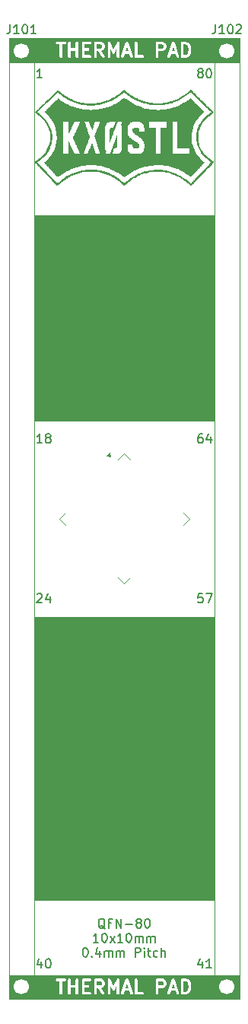
<source format=gto>
G04 #@! TF.GenerationSoftware,KiCad,Pcbnew,9.0.6*
G04 #@! TF.CreationDate,2026-01-02T18:24:05-06:00*
G04 #@! TF.ProjectId,QFN-80_10x10_P0.4,51464e2d-3830-45f3-9130-7831305f5030,rev?*
G04 #@! TF.SameCoordinates,Original*
G04 #@! TF.FileFunction,Legend,Top*
G04 #@! TF.FilePolarity,Positive*
%FSLAX46Y46*%
G04 Gerber Fmt 4.6, Leading zero omitted, Abs format (unit mm)*
G04 Created by KiCad (PCBNEW 9.0.6) date 2026-01-02 18:24:05*
%MOMM*%
%LPD*%
G01*
G04 APERTURE LIST*
G04 Aperture macros list*
%AMRoundRect*
0 Rectangle with rounded corners*
0 $1 Rounding radius*
0 $2 $3 $4 $5 $6 $7 $8 $9 X,Y pos of 4 corners*
0 Add a 4 corners polygon primitive as box body*
4,1,4,$2,$3,$4,$5,$6,$7,$8,$9,$2,$3,0*
0 Add four circle primitives for the rounded corners*
1,1,$1+$1,$2,$3*
1,1,$1+$1,$4,$5*
1,1,$1+$1,$6,$7*
1,1,$1+$1,$8,$9*
0 Add four rect primitives between the rounded corners*
20,1,$1+$1,$2,$3,$4,$5,0*
20,1,$1+$1,$4,$5,$6,$7,0*
20,1,$1+$1,$6,$7,$8,$9,0*
20,1,$1+$1,$8,$9,$2,$3,0*%
%AMRotRect*
0 Rectangle, with rotation*
0 The origin of the aperture is its center*
0 $1 length*
0 $2 width*
0 $3 Rotation angle, in degrees counterclockwise*
0 Add horizontal line*
21,1,$1,$2,0,0,$3*%
G04 Aperture macros list end*
%ADD10C,0.100000*%
%ADD11C,0.300000*%
%ADD12C,0.200000*%
%ADD13C,0.150000*%
%ADD14C,0.120000*%
%ADD15C,0.000000*%
%ADD16RoundRect,0.050000X-0.424264X0.353553X0.353553X-0.424264X0.424264X-0.353553X-0.353553X0.424264X0*%
%ADD17RoundRect,0.050000X-0.424264X-0.353553X-0.353553X-0.424264X0.424264X0.353553X0.353553X0.424264X0*%
%ADD18RotRect,4.750000X4.750000X315.000000*%
%ADD19C,1.700000*%
%ADD20R,1.700000X1.700000*%
G04 APERTURE END LIST*
D10*
X128397000Y-139192000D02*
X148463000Y-139192000D01*
X148463000Y-170688000D01*
X128397000Y-170688000D01*
X128397000Y-139192000D01*
G36*
X128397000Y-139192000D02*
G01*
X148463000Y-139192000D01*
X148463000Y-170688000D01*
X128397000Y-170688000D01*
X128397000Y-139192000D01*
G37*
X129861750Y-181330600D02*
X146422500Y-181330600D01*
X146422500Y-181737000D01*
X129861750Y-181737000D01*
X129861750Y-181330600D01*
G36*
X129861750Y-181330600D02*
G01*
X146422500Y-181330600D01*
X146422500Y-181737000D01*
X129861750Y-181737000D01*
X129861750Y-181330600D01*
G37*
X125603000Y-179069750D02*
X130674500Y-179069750D01*
X130674500Y-181737000D01*
X125603000Y-181737000D01*
X125603000Y-179069750D01*
G36*
X125603000Y-179069750D02*
G01*
X130674500Y-179069750D01*
X130674500Y-181737000D01*
X125603000Y-181737000D01*
X125603000Y-179069750D01*
G37*
X146041500Y-179069750D02*
X151240000Y-179069750D01*
X151240000Y-181737000D01*
X146041500Y-181737000D01*
X146041500Y-179069750D01*
G36*
X146041500Y-179069750D02*
G01*
X151240000Y-179069750D01*
X151240000Y-181737000D01*
X146041500Y-181737000D01*
X146041500Y-179069750D01*
G37*
X125603000Y-74802750D02*
X130674500Y-74802750D01*
X130674500Y-77470000D01*
X125603000Y-77470000D01*
X125603000Y-74802750D01*
G36*
X125603000Y-74802750D02*
G01*
X130674500Y-74802750D01*
X130674500Y-77470000D01*
X125603000Y-77470000D01*
X125603000Y-74802750D01*
G37*
X130547500Y-74802750D02*
X146854250Y-74802750D01*
X146854250Y-75082150D01*
X130547500Y-75082150D01*
X130547500Y-74802750D01*
G36*
X130547500Y-74802750D02*
G01*
X146854250Y-74802750D01*
X146854250Y-75082150D01*
X130547500Y-75082150D01*
X130547500Y-74802750D01*
G37*
X130547500Y-179069750D02*
X146854250Y-179069750D01*
X146854250Y-179349150D01*
X130547500Y-179349150D01*
X130547500Y-179069750D01*
G36*
X130547500Y-179069750D02*
G01*
X146854250Y-179069750D01*
X146854250Y-179349150D01*
X130547500Y-179349150D01*
X130547500Y-179069750D01*
G37*
X146041500Y-74802750D02*
X151240000Y-74802750D01*
X151240000Y-77470000D01*
X146041500Y-77470000D01*
X146041500Y-74802750D01*
G36*
X146041500Y-74802750D02*
G01*
X151240000Y-74802750D01*
X151240000Y-77470000D01*
X146041500Y-77470000D01*
X146041500Y-74802750D01*
G37*
X128397000Y-94488000D02*
X148463000Y-94488000D01*
X148463000Y-117348000D01*
X128397000Y-117348000D01*
X128397000Y-94488000D01*
G36*
X128397000Y-94488000D02*
G01*
X148463000Y-94488000D01*
X148463000Y-117348000D01*
X128397000Y-117348000D01*
X128397000Y-94488000D01*
G37*
X129861750Y-77063600D02*
X146422500Y-77063600D01*
X146422500Y-77470000D01*
X129861750Y-77470000D01*
X129861750Y-77063600D01*
G36*
X129861750Y-77063600D02*
G01*
X146422500Y-77063600D01*
X146422500Y-77470000D01*
X129861750Y-77470000D01*
X129861750Y-77063600D01*
G37*
D11*
G36*
X145376186Y-75517236D02*
G01*
X145476793Y-75617843D01*
X145529972Y-75724202D01*
X145592928Y-75976023D01*
X145592928Y-76153382D01*
X145529972Y-76405203D01*
X145476793Y-76511563D01*
X145376187Y-76612169D01*
X145218585Y-76664703D01*
X145035785Y-76664703D01*
X145035785Y-75464703D01*
X145218588Y-75464703D01*
X145376186Y-75517236D01*
G37*
G36*
X135868361Y-75509410D02*
G01*
X135905365Y-75546414D01*
X135950071Y-75635826D01*
X135950071Y-75779293D01*
X135905364Y-75868706D01*
X135868359Y-75905711D01*
X135778947Y-75950417D01*
X135392928Y-75950417D01*
X135392928Y-75464703D01*
X135778947Y-75464703D01*
X135868361Y-75509410D01*
G37*
G36*
X138891959Y-76236132D02*
G01*
X138593900Y-76236132D01*
X138742929Y-75789044D01*
X138891959Y-76236132D01*
G37*
G36*
X144034816Y-76236132D02*
G01*
X143736757Y-76236132D01*
X143885786Y-75789044D01*
X144034816Y-76236132D01*
G37*
G36*
X142725504Y-75509410D02*
G01*
X142762508Y-75546414D01*
X142807214Y-75635826D01*
X142807214Y-75779293D01*
X142762507Y-75868706D01*
X142725502Y-75905711D01*
X142636090Y-75950417D01*
X142250071Y-75950417D01*
X142250071Y-75464703D01*
X142636090Y-75464703D01*
X142725504Y-75509410D01*
G37*
G36*
X146059595Y-77131370D02*
G01*
X130643429Y-77131370D01*
X130643429Y-75285439D01*
X130810096Y-75285439D01*
X130810096Y-75343967D01*
X130832494Y-75398039D01*
X130873878Y-75439423D01*
X130927950Y-75461821D01*
X130957214Y-75464703D01*
X131235785Y-75464703D01*
X131235785Y-76814703D01*
X131238667Y-76843967D01*
X131261065Y-76898039D01*
X131302449Y-76939423D01*
X131356521Y-76961821D01*
X131415049Y-76961821D01*
X131469121Y-76939423D01*
X131510505Y-76898039D01*
X131532903Y-76843967D01*
X131535785Y-76814703D01*
X131535785Y-75464703D01*
X131814357Y-75464703D01*
X131843621Y-75461821D01*
X131897693Y-75439423D01*
X131939077Y-75398039D01*
X131961475Y-75343967D01*
X131961475Y-75314703D01*
X132164356Y-75314703D01*
X132164356Y-76814703D01*
X132167238Y-76843967D01*
X132189636Y-76898039D01*
X132231020Y-76939423D01*
X132285092Y-76961821D01*
X132343620Y-76961821D01*
X132397692Y-76939423D01*
X132439076Y-76898039D01*
X132461474Y-76843967D01*
X132464356Y-76814703D01*
X132464356Y-76178989D01*
X133021499Y-76178989D01*
X133021499Y-76814703D01*
X133024381Y-76843967D01*
X133046779Y-76898039D01*
X133088163Y-76939423D01*
X133142235Y-76961821D01*
X133200763Y-76961821D01*
X133254835Y-76939423D01*
X133296219Y-76898039D01*
X133318617Y-76843967D01*
X133321499Y-76814703D01*
X133321499Y-75314703D01*
X133735785Y-75314703D01*
X133735785Y-76814703D01*
X133738667Y-76843967D01*
X133761065Y-76898039D01*
X133802449Y-76939423D01*
X133856521Y-76961821D01*
X133885785Y-76964703D01*
X134600071Y-76964703D01*
X134629335Y-76961821D01*
X134683407Y-76939423D01*
X134724791Y-76898039D01*
X134747189Y-76843967D01*
X134747189Y-76785439D01*
X134724791Y-76731367D01*
X134683407Y-76689983D01*
X134629335Y-76667585D01*
X134600071Y-76664703D01*
X134035785Y-76664703D01*
X134035785Y-76178989D01*
X134385785Y-76178989D01*
X134415049Y-76176107D01*
X134469121Y-76153709D01*
X134510505Y-76112325D01*
X134532903Y-76058253D01*
X134532903Y-75999725D01*
X134510505Y-75945653D01*
X134469121Y-75904269D01*
X134415049Y-75881871D01*
X134385785Y-75878989D01*
X134035785Y-75878989D01*
X134035785Y-75464703D01*
X134600071Y-75464703D01*
X134629335Y-75461821D01*
X134683407Y-75439423D01*
X134724791Y-75398039D01*
X134747189Y-75343967D01*
X134747189Y-75314703D01*
X135092928Y-75314703D01*
X135092928Y-76814703D01*
X135095810Y-76843967D01*
X135118208Y-76898039D01*
X135159592Y-76939423D01*
X135213664Y-76961821D01*
X135272192Y-76961821D01*
X135326264Y-76939423D01*
X135367648Y-76898039D01*
X135390046Y-76843967D01*
X135392928Y-76814703D01*
X135392928Y-76250417D01*
X135521973Y-76250417D01*
X135977186Y-76900722D01*
X135996329Y-76923044D01*
X136045686Y-76954497D01*
X136103322Y-76964668D01*
X136160464Y-76952009D01*
X136208412Y-76918445D01*
X136239865Y-76869088D01*
X136250036Y-76811452D01*
X136237377Y-76754310D01*
X136222956Y-76728684D01*
X135878004Y-76235895D01*
X135881439Y-76234581D01*
X136024296Y-76163153D01*
X136036889Y-76155225D01*
X136040549Y-76153710D01*
X136044668Y-76150328D01*
X136049182Y-76147488D01*
X136051778Y-76144494D01*
X136063280Y-76135055D01*
X136134709Y-76063626D01*
X136144150Y-76052121D01*
X136147142Y-76049527D01*
X136149980Y-76045017D01*
X136153364Y-76040895D01*
X136154880Y-76037233D01*
X136162807Y-76024642D01*
X136234235Y-75881784D01*
X136244745Y-75854321D01*
X136245126Y-75848945D01*
X136247189Y-75843967D01*
X136250071Y-75814703D01*
X136250071Y-75600417D01*
X136247189Y-75571153D01*
X136245126Y-75566174D01*
X136244745Y-75560799D01*
X136234235Y-75533336D01*
X136162807Y-75390478D01*
X136154878Y-75377883D01*
X136153363Y-75374224D01*
X136149981Y-75370103D01*
X136147142Y-75365593D01*
X136144150Y-75362998D01*
X136134708Y-75351493D01*
X136097917Y-75314703D01*
X136592928Y-75314703D01*
X136592928Y-76814703D01*
X136595810Y-76843967D01*
X136618208Y-76898039D01*
X136659592Y-76939423D01*
X136713664Y-76961821D01*
X136772192Y-76961821D01*
X136826264Y-76939423D01*
X136867648Y-76898039D01*
X136890046Y-76843967D01*
X136892928Y-76814703D01*
X136892928Y-75990836D01*
X137107001Y-76449565D01*
X137113347Y-76460278D01*
X137114668Y-76463910D01*
X137117019Y-76466478D01*
X137121988Y-76474865D01*
X137138793Y-76490255D01*
X137154195Y-76507073D01*
X137160238Y-76509893D01*
X137165151Y-76514392D01*
X137186571Y-76522181D01*
X137207233Y-76531823D01*
X137213890Y-76532115D01*
X137220153Y-76534393D01*
X137242932Y-76533392D01*
X137265703Y-76534393D01*
X137271962Y-76532116D01*
X137278624Y-76531824D01*
X137299291Y-76522179D01*
X137320706Y-76514392D01*
X137325619Y-76509892D01*
X137331661Y-76507073D01*
X137347056Y-76490260D01*
X137363869Y-76474865D01*
X137368837Y-76466476D01*
X137371188Y-76463910D01*
X137372507Y-76460280D01*
X137378855Y-76449565D01*
X137592928Y-75990837D01*
X137592928Y-76814703D01*
X137595810Y-76843967D01*
X137618208Y-76898039D01*
X137659592Y-76939423D01*
X137713664Y-76961821D01*
X137772192Y-76961821D01*
X137826264Y-76939423D01*
X137867648Y-76898039D01*
X137890046Y-76843967D01*
X137892928Y-76814703D01*
X137892928Y-76795942D01*
X138094107Y-76795942D01*
X138098256Y-76854323D01*
X138124430Y-76906670D01*
X138168644Y-76945017D01*
X138224168Y-76963525D01*
X138282549Y-76959376D01*
X138334896Y-76933202D01*
X138373243Y-76888988D01*
X138385231Y-76862137D01*
X138493900Y-76536132D01*
X138991959Y-76536132D01*
X139100627Y-76862137D01*
X139112615Y-76888988D01*
X139150962Y-76933203D01*
X139203310Y-76959376D01*
X139261690Y-76963526D01*
X139317214Y-76945017D01*
X139361428Y-76906670D01*
X139387602Y-76854323D01*
X139391752Y-76795943D01*
X139385232Y-76767269D01*
X138901042Y-75314703D01*
X139592928Y-75314703D01*
X139592928Y-76814703D01*
X139595810Y-76843967D01*
X139618208Y-76898039D01*
X139659592Y-76939423D01*
X139713664Y-76961821D01*
X139742928Y-76964703D01*
X140457214Y-76964703D01*
X140486478Y-76961821D01*
X140540550Y-76939423D01*
X140581934Y-76898039D01*
X140604332Y-76843967D01*
X140604332Y-76785439D01*
X140581934Y-76731367D01*
X140540550Y-76689983D01*
X140486478Y-76667585D01*
X140457214Y-76664703D01*
X139892928Y-76664703D01*
X139892928Y-75314703D01*
X141950071Y-75314703D01*
X141950071Y-76814703D01*
X141952953Y-76843967D01*
X141975351Y-76898039D01*
X142016735Y-76939423D01*
X142070807Y-76961821D01*
X142129335Y-76961821D01*
X142183407Y-76939423D01*
X142224791Y-76898039D01*
X142247189Y-76843967D01*
X142250071Y-76814703D01*
X142250071Y-76795942D01*
X143236964Y-76795942D01*
X143241113Y-76854323D01*
X143267287Y-76906670D01*
X143311501Y-76945017D01*
X143367025Y-76963525D01*
X143425406Y-76959376D01*
X143477753Y-76933202D01*
X143516100Y-76888988D01*
X143528088Y-76862137D01*
X143636757Y-76536132D01*
X144134816Y-76536132D01*
X144243484Y-76862137D01*
X144255472Y-76888988D01*
X144293819Y-76933203D01*
X144346167Y-76959376D01*
X144404547Y-76963526D01*
X144460071Y-76945017D01*
X144504285Y-76906670D01*
X144530459Y-76854323D01*
X144534609Y-76795943D01*
X144528089Y-76767269D01*
X144043899Y-75314703D01*
X144735785Y-75314703D01*
X144735785Y-76814703D01*
X144738667Y-76843967D01*
X144761065Y-76898039D01*
X144802449Y-76939423D01*
X144856521Y-76961821D01*
X144885785Y-76964703D01*
X145242928Y-76964703D01*
X145257733Y-76963244D01*
X145261688Y-76963526D01*
X145266889Y-76962343D01*
X145272192Y-76961821D01*
X145275849Y-76960305D01*
X145290362Y-76957006D01*
X145504648Y-76885578D01*
X145531499Y-76873590D01*
X145535570Y-76870058D01*
X145540550Y-76867996D01*
X145563280Y-76849341D01*
X145706137Y-76706483D01*
X145715575Y-76694981D01*
X145718570Y-76692385D01*
X145721410Y-76687871D01*
X145724792Y-76683752D01*
X145726307Y-76680092D01*
X145734235Y-76667499D01*
X145805664Y-76524643D01*
X145806483Y-76522500D01*
X145807128Y-76521631D01*
X145811512Y-76509359D01*
X145816173Y-76497179D01*
X145816249Y-76496098D01*
X145817021Y-76493940D01*
X145888449Y-76208226D01*
X145889198Y-76203154D01*
X145890046Y-76201110D01*
X145891131Y-76190087D01*
X145892751Y-76179137D01*
X145892425Y-76176949D01*
X145892928Y-76171846D01*
X145892928Y-75957560D01*
X145892425Y-75952456D01*
X145892751Y-75950269D01*
X145891131Y-75939318D01*
X145890046Y-75928296D01*
X145889198Y-75926251D01*
X145888449Y-75921180D01*
X145817021Y-75635466D01*
X145816249Y-75633307D01*
X145816173Y-75632227D01*
X145811512Y-75620046D01*
X145807128Y-75607775D01*
X145806483Y-75606905D01*
X145805664Y-75604763D01*
X145734235Y-75461907D01*
X145726308Y-75449315D01*
X145724792Y-75445653D01*
X145721408Y-75441530D01*
X145718570Y-75437021D01*
X145715577Y-75434425D01*
X145706137Y-75422923D01*
X145563280Y-75280066D01*
X145540549Y-75261411D01*
X145535569Y-75259348D01*
X145531499Y-75255818D01*
X145504648Y-75243829D01*
X145290362Y-75172401D01*
X145275854Y-75169102D01*
X145272192Y-75167585D01*
X145266883Y-75167062D01*
X145261689Y-75165881D01*
X145257739Y-75166161D01*
X145242928Y-75164703D01*
X144885785Y-75164703D01*
X144856521Y-75167585D01*
X144802449Y-75189983D01*
X144761065Y-75231367D01*
X144738667Y-75285439D01*
X144735785Y-75314703D01*
X144043899Y-75314703D01*
X144028088Y-75267269D01*
X144016100Y-75240418D01*
X144009077Y-75232321D01*
X144004285Y-75222736D01*
X143990076Y-75210412D01*
X143977753Y-75196204D01*
X143968167Y-75191411D01*
X143960071Y-75184389D01*
X143942227Y-75178440D01*
X143925406Y-75170030D01*
X143914717Y-75169270D01*
X143904547Y-75165880D01*
X143885781Y-75167213D01*
X143867025Y-75165881D01*
X143856857Y-75169270D01*
X143846167Y-75170030D01*
X143829343Y-75178441D01*
X143811501Y-75184389D01*
X143803406Y-75191409D01*
X143793819Y-75196203D01*
X143781493Y-75210414D01*
X143767287Y-75222736D01*
X143762494Y-75232320D01*
X143755472Y-75240418D01*
X143743484Y-75267269D01*
X143243484Y-76767269D01*
X143236964Y-76795942D01*
X142250071Y-76795942D01*
X142250071Y-76250417D01*
X142671500Y-76250417D01*
X142700764Y-76247535D01*
X142705742Y-76245472D01*
X142711118Y-76245091D01*
X142738582Y-76234581D01*
X142881439Y-76163153D01*
X142894032Y-76155225D01*
X142897692Y-76153710D01*
X142901811Y-76150328D01*
X142906325Y-76147488D01*
X142908921Y-76144494D01*
X142920423Y-76135055D01*
X142991852Y-76063626D01*
X143001293Y-76052121D01*
X143004285Y-76049527D01*
X143007123Y-76045017D01*
X143010507Y-76040895D01*
X143012023Y-76037233D01*
X143019950Y-76024642D01*
X143091378Y-75881784D01*
X143101888Y-75854321D01*
X143102269Y-75848945D01*
X143104332Y-75843967D01*
X143107214Y-75814703D01*
X143107214Y-75600417D01*
X143104332Y-75571153D01*
X143102269Y-75566174D01*
X143101888Y-75560799D01*
X143091378Y-75533336D01*
X143019950Y-75390478D01*
X143012021Y-75377883D01*
X143010506Y-75374224D01*
X143007124Y-75370103D01*
X143004285Y-75365593D01*
X143001293Y-75362998D01*
X142991851Y-75351493D01*
X142920422Y-75280065D01*
X142908922Y-75270627D01*
X142906325Y-75267633D01*
X142901808Y-75264790D01*
X142897691Y-75261411D01*
X142894034Y-75259896D01*
X142881439Y-75251968D01*
X142738582Y-75180539D01*
X142711119Y-75170030D01*
X142705744Y-75169648D01*
X142700764Y-75167585D01*
X142671500Y-75164703D01*
X142100071Y-75164703D01*
X142070807Y-75167585D01*
X142016735Y-75189983D01*
X141975351Y-75231367D01*
X141952953Y-75285439D01*
X141950071Y-75314703D01*
X139892928Y-75314703D01*
X139890046Y-75285439D01*
X139867648Y-75231367D01*
X139826264Y-75189983D01*
X139772192Y-75167585D01*
X139713664Y-75167585D01*
X139659592Y-75189983D01*
X139618208Y-75231367D01*
X139595810Y-75285439D01*
X139592928Y-75314703D01*
X138901042Y-75314703D01*
X138885231Y-75267269D01*
X138873243Y-75240418D01*
X138866220Y-75232321D01*
X138861428Y-75222736D01*
X138847219Y-75210412D01*
X138834896Y-75196204D01*
X138825310Y-75191411D01*
X138817214Y-75184389D01*
X138799370Y-75178440D01*
X138782549Y-75170030D01*
X138771860Y-75169270D01*
X138761690Y-75165880D01*
X138742924Y-75167213D01*
X138724168Y-75165881D01*
X138714000Y-75169270D01*
X138703310Y-75170030D01*
X138686486Y-75178441D01*
X138668644Y-75184389D01*
X138660549Y-75191409D01*
X138650962Y-75196203D01*
X138638636Y-75210414D01*
X138624430Y-75222736D01*
X138619637Y-75232320D01*
X138612615Y-75240418D01*
X138600627Y-75267269D01*
X138100627Y-76767269D01*
X138094107Y-76795942D01*
X137892928Y-76795942D01*
X137892928Y-75314703D01*
X137891033Y-75295465D01*
X137891189Y-75291927D01*
X137890497Y-75290026D01*
X137890046Y-75285439D01*
X137880085Y-75261393D01*
X137871188Y-75236925D01*
X137868928Y-75234457D01*
X137867648Y-75231367D01*
X137849250Y-75212969D01*
X137831661Y-75193762D01*
X137828627Y-75192346D01*
X137826264Y-75189983D01*
X137802233Y-75180029D01*
X137778624Y-75169011D01*
X137775279Y-75168864D01*
X137772192Y-75167585D01*
X137746168Y-75167585D01*
X137720153Y-75166442D01*
X137717010Y-75167585D01*
X137713664Y-75167585D01*
X137689611Y-75177548D01*
X137665151Y-75186443D01*
X137662683Y-75188702D01*
X137659592Y-75189983D01*
X137641183Y-75208391D01*
X137621988Y-75225970D01*
X137619638Y-75229936D01*
X137618208Y-75231367D01*
X137616852Y-75234639D01*
X137607001Y-75251270D01*
X137242928Y-76031426D01*
X136878855Y-75251270D01*
X136869001Y-75234635D01*
X136867648Y-75231367D01*
X136866219Y-75229938D01*
X136863869Y-75225970D01*
X136844661Y-75208380D01*
X136826264Y-75189983D01*
X136823173Y-75188702D01*
X136820706Y-75186443D01*
X136796240Y-75177546D01*
X136772192Y-75167585D01*
X136768846Y-75167585D01*
X136765703Y-75166442D01*
X136739699Y-75167585D01*
X136713664Y-75167585D01*
X136710573Y-75168865D01*
X136707233Y-75169012D01*
X136683637Y-75180022D01*
X136659592Y-75189983D01*
X136657228Y-75192346D01*
X136654195Y-75193762D01*
X136636605Y-75212969D01*
X136618208Y-75231367D01*
X136616927Y-75234457D01*
X136614668Y-75236925D01*
X136605771Y-75261390D01*
X136595810Y-75285439D01*
X136595358Y-75290027D01*
X136594667Y-75291928D01*
X136594822Y-75295466D01*
X136592928Y-75314703D01*
X136097917Y-75314703D01*
X136063279Y-75280065D01*
X136051779Y-75270627D01*
X136049182Y-75267633D01*
X136044665Y-75264790D01*
X136040548Y-75261411D01*
X136036891Y-75259896D01*
X136024296Y-75251968D01*
X135881439Y-75180539D01*
X135853976Y-75170030D01*
X135848601Y-75169648D01*
X135843621Y-75167585D01*
X135814357Y-75164703D01*
X135242928Y-75164703D01*
X135213664Y-75167585D01*
X135159592Y-75189983D01*
X135118208Y-75231367D01*
X135095810Y-75285439D01*
X135092928Y-75314703D01*
X134747189Y-75314703D01*
X134747189Y-75285439D01*
X134724791Y-75231367D01*
X134683407Y-75189983D01*
X134629335Y-75167585D01*
X134600071Y-75164703D01*
X133885785Y-75164703D01*
X133856521Y-75167585D01*
X133802449Y-75189983D01*
X133761065Y-75231367D01*
X133738667Y-75285439D01*
X133735785Y-75314703D01*
X133321499Y-75314703D01*
X133318617Y-75285439D01*
X133296219Y-75231367D01*
X133254835Y-75189983D01*
X133200763Y-75167585D01*
X133142235Y-75167585D01*
X133088163Y-75189983D01*
X133046779Y-75231367D01*
X133024381Y-75285439D01*
X133021499Y-75314703D01*
X133021499Y-75878989D01*
X132464356Y-75878989D01*
X132464356Y-75314703D01*
X132461474Y-75285439D01*
X132439076Y-75231367D01*
X132397692Y-75189983D01*
X132343620Y-75167585D01*
X132285092Y-75167585D01*
X132231020Y-75189983D01*
X132189636Y-75231367D01*
X132167238Y-75285439D01*
X132164356Y-75314703D01*
X131961475Y-75314703D01*
X131961475Y-75285439D01*
X131939077Y-75231367D01*
X131897693Y-75189983D01*
X131843621Y-75167585D01*
X131814357Y-75164703D01*
X130957214Y-75164703D01*
X130927950Y-75167585D01*
X130873878Y-75189983D01*
X130832494Y-75231367D01*
X130810096Y-75285439D01*
X130643429Y-75285439D01*
X130643429Y-74998036D01*
X146059595Y-74998036D01*
X146059595Y-77131370D01*
G37*
D12*
X128719054Y-136707457D02*
X128766673Y-136659838D01*
X128766673Y-136659838D02*
X128861911Y-136612219D01*
X128861911Y-136612219D02*
X129100006Y-136612219D01*
X129100006Y-136612219D02*
X129195244Y-136659838D01*
X129195244Y-136659838D02*
X129242863Y-136707457D01*
X129242863Y-136707457D02*
X129290482Y-136802695D01*
X129290482Y-136802695D02*
X129290482Y-136897933D01*
X129290482Y-136897933D02*
X129242863Y-137040790D01*
X129242863Y-137040790D02*
X128671435Y-137612219D01*
X128671435Y-137612219D02*
X129290482Y-137612219D01*
X130147625Y-136945552D02*
X130147625Y-137612219D01*
X129909530Y-136564600D02*
X129671435Y-137278885D01*
X129671435Y-137278885D02*
X130290482Y-137278885D01*
X129290482Y-79192219D02*
X128719054Y-79192219D01*
X129004768Y-79192219D02*
X129004768Y-78192219D01*
X129004768Y-78192219D02*
X128909530Y-78335076D01*
X128909530Y-78335076D02*
X128814292Y-78430314D01*
X128814292Y-78430314D02*
X128719054Y-78477933D01*
X129195244Y-177585552D02*
X129195244Y-178252219D01*
X128957149Y-177204600D02*
X128719054Y-177918885D01*
X128719054Y-177918885D02*
X129338101Y-177918885D01*
X129909530Y-177252219D02*
X130004768Y-177252219D01*
X130004768Y-177252219D02*
X130100006Y-177299838D01*
X130100006Y-177299838D02*
X130147625Y-177347457D01*
X130147625Y-177347457D02*
X130195244Y-177442695D01*
X130195244Y-177442695D02*
X130242863Y-177633171D01*
X130242863Y-177633171D02*
X130242863Y-177871266D01*
X130242863Y-177871266D02*
X130195244Y-178061742D01*
X130195244Y-178061742D02*
X130147625Y-178156980D01*
X130147625Y-178156980D02*
X130100006Y-178204600D01*
X130100006Y-178204600D02*
X130004768Y-178252219D01*
X130004768Y-178252219D02*
X129909530Y-178252219D01*
X129909530Y-178252219D02*
X129814292Y-178204600D01*
X129814292Y-178204600D02*
X129766673Y-178156980D01*
X129766673Y-178156980D02*
X129719054Y-178061742D01*
X129719054Y-178061742D02*
X129671435Y-177871266D01*
X129671435Y-177871266D02*
X129671435Y-177633171D01*
X129671435Y-177633171D02*
X129719054Y-177442695D01*
X129719054Y-177442695D02*
X129766673Y-177347457D01*
X129766673Y-177347457D02*
X129814292Y-177299838D01*
X129814292Y-177299838D02*
X129909530Y-177252219D01*
X146807612Y-78620790D02*
X146712374Y-78573171D01*
X146712374Y-78573171D02*
X146664755Y-78525552D01*
X146664755Y-78525552D02*
X146617136Y-78430314D01*
X146617136Y-78430314D02*
X146617136Y-78382695D01*
X146617136Y-78382695D02*
X146664755Y-78287457D01*
X146664755Y-78287457D02*
X146712374Y-78239838D01*
X146712374Y-78239838D02*
X146807612Y-78192219D01*
X146807612Y-78192219D02*
X146998088Y-78192219D01*
X146998088Y-78192219D02*
X147093326Y-78239838D01*
X147093326Y-78239838D02*
X147140945Y-78287457D01*
X147140945Y-78287457D02*
X147188564Y-78382695D01*
X147188564Y-78382695D02*
X147188564Y-78430314D01*
X147188564Y-78430314D02*
X147140945Y-78525552D01*
X147140945Y-78525552D02*
X147093326Y-78573171D01*
X147093326Y-78573171D02*
X146998088Y-78620790D01*
X146998088Y-78620790D02*
X146807612Y-78620790D01*
X146807612Y-78620790D02*
X146712374Y-78668409D01*
X146712374Y-78668409D02*
X146664755Y-78716028D01*
X146664755Y-78716028D02*
X146617136Y-78811266D01*
X146617136Y-78811266D02*
X146617136Y-79001742D01*
X146617136Y-79001742D02*
X146664755Y-79096980D01*
X146664755Y-79096980D02*
X146712374Y-79144600D01*
X146712374Y-79144600D02*
X146807612Y-79192219D01*
X146807612Y-79192219D02*
X146998088Y-79192219D01*
X146998088Y-79192219D02*
X147093326Y-79144600D01*
X147093326Y-79144600D02*
X147140945Y-79096980D01*
X147140945Y-79096980D02*
X147188564Y-79001742D01*
X147188564Y-79001742D02*
X147188564Y-78811266D01*
X147188564Y-78811266D02*
X147140945Y-78716028D01*
X147140945Y-78716028D02*
X147093326Y-78668409D01*
X147093326Y-78668409D02*
X146998088Y-78620790D01*
X147807612Y-78192219D02*
X147902850Y-78192219D01*
X147902850Y-78192219D02*
X147998088Y-78239838D01*
X147998088Y-78239838D02*
X148045707Y-78287457D01*
X148045707Y-78287457D02*
X148093326Y-78382695D01*
X148093326Y-78382695D02*
X148140945Y-78573171D01*
X148140945Y-78573171D02*
X148140945Y-78811266D01*
X148140945Y-78811266D02*
X148093326Y-79001742D01*
X148093326Y-79001742D02*
X148045707Y-79096980D01*
X148045707Y-79096980D02*
X147998088Y-79144600D01*
X147998088Y-79144600D02*
X147902850Y-79192219D01*
X147902850Y-79192219D02*
X147807612Y-79192219D01*
X147807612Y-79192219D02*
X147712374Y-79144600D01*
X147712374Y-79144600D02*
X147664755Y-79096980D01*
X147664755Y-79096980D02*
X147617136Y-79001742D01*
X147617136Y-79001742D02*
X147569517Y-78811266D01*
X147569517Y-78811266D02*
X147569517Y-78573171D01*
X147569517Y-78573171D02*
X147617136Y-78382695D01*
X147617136Y-78382695D02*
X147664755Y-78287457D01*
X147664755Y-78287457D02*
X147712374Y-78239838D01*
X147712374Y-78239838D02*
X147807612Y-78192219D01*
X136287142Y-173895388D02*
X136191904Y-173847769D01*
X136191904Y-173847769D02*
X136096666Y-173752531D01*
X136096666Y-173752531D02*
X135953809Y-173609673D01*
X135953809Y-173609673D02*
X135858571Y-173562054D01*
X135858571Y-173562054D02*
X135763333Y-173562054D01*
X135810952Y-173800150D02*
X135715714Y-173752531D01*
X135715714Y-173752531D02*
X135620476Y-173657292D01*
X135620476Y-173657292D02*
X135572857Y-173466816D01*
X135572857Y-173466816D02*
X135572857Y-173133483D01*
X135572857Y-173133483D02*
X135620476Y-172943007D01*
X135620476Y-172943007D02*
X135715714Y-172847769D01*
X135715714Y-172847769D02*
X135810952Y-172800150D01*
X135810952Y-172800150D02*
X136001428Y-172800150D01*
X136001428Y-172800150D02*
X136096666Y-172847769D01*
X136096666Y-172847769D02*
X136191904Y-172943007D01*
X136191904Y-172943007D02*
X136239523Y-173133483D01*
X136239523Y-173133483D02*
X136239523Y-173466816D01*
X136239523Y-173466816D02*
X136191904Y-173657292D01*
X136191904Y-173657292D02*
X136096666Y-173752531D01*
X136096666Y-173752531D02*
X136001428Y-173800150D01*
X136001428Y-173800150D02*
X135810952Y-173800150D01*
X137001428Y-173276340D02*
X136668095Y-173276340D01*
X136668095Y-173800150D02*
X136668095Y-172800150D01*
X136668095Y-172800150D02*
X137144285Y-172800150D01*
X137525238Y-173800150D02*
X137525238Y-172800150D01*
X137525238Y-172800150D02*
X138096666Y-173800150D01*
X138096666Y-173800150D02*
X138096666Y-172800150D01*
X138572857Y-173419197D02*
X139334762Y-173419197D01*
X139953809Y-173228721D02*
X139858571Y-173181102D01*
X139858571Y-173181102D02*
X139810952Y-173133483D01*
X139810952Y-173133483D02*
X139763333Y-173038245D01*
X139763333Y-173038245D02*
X139763333Y-172990626D01*
X139763333Y-172990626D02*
X139810952Y-172895388D01*
X139810952Y-172895388D02*
X139858571Y-172847769D01*
X139858571Y-172847769D02*
X139953809Y-172800150D01*
X139953809Y-172800150D02*
X140144285Y-172800150D01*
X140144285Y-172800150D02*
X140239523Y-172847769D01*
X140239523Y-172847769D02*
X140287142Y-172895388D01*
X140287142Y-172895388D02*
X140334761Y-172990626D01*
X140334761Y-172990626D02*
X140334761Y-173038245D01*
X140334761Y-173038245D02*
X140287142Y-173133483D01*
X140287142Y-173133483D02*
X140239523Y-173181102D01*
X140239523Y-173181102D02*
X140144285Y-173228721D01*
X140144285Y-173228721D02*
X139953809Y-173228721D01*
X139953809Y-173228721D02*
X139858571Y-173276340D01*
X139858571Y-173276340D02*
X139810952Y-173323959D01*
X139810952Y-173323959D02*
X139763333Y-173419197D01*
X139763333Y-173419197D02*
X139763333Y-173609673D01*
X139763333Y-173609673D02*
X139810952Y-173704911D01*
X139810952Y-173704911D02*
X139858571Y-173752531D01*
X139858571Y-173752531D02*
X139953809Y-173800150D01*
X139953809Y-173800150D02*
X140144285Y-173800150D01*
X140144285Y-173800150D02*
X140239523Y-173752531D01*
X140239523Y-173752531D02*
X140287142Y-173704911D01*
X140287142Y-173704911D02*
X140334761Y-173609673D01*
X140334761Y-173609673D02*
X140334761Y-173419197D01*
X140334761Y-173419197D02*
X140287142Y-173323959D01*
X140287142Y-173323959D02*
X140239523Y-173276340D01*
X140239523Y-173276340D02*
X140144285Y-173228721D01*
X140953809Y-172800150D02*
X141049047Y-172800150D01*
X141049047Y-172800150D02*
X141144285Y-172847769D01*
X141144285Y-172847769D02*
X141191904Y-172895388D01*
X141191904Y-172895388D02*
X141239523Y-172990626D01*
X141239523Y-172990626D02*
X141287142Y-173181102D01*
X141287142Y-173181102D02*
X141287142Y-173419197D01*
X141287142Y-173419197D02*
X141239523Y-173609673D01*
X141239523Y-173609673D02*
X141191904Y-173704911D01*
X141191904Y-173704911D02*
X141144285Y-173752531D01*
X141144285Y-173752531D02*
X141049047Y-173800150D01*
X141049047Y-173800150D02*
X140953809Y-173800150D01*
X140953809Y-173800150D02*
X140858571Y-173752531D01*
X140858571Y-173752531D02*
X140810952Y-173704911D01*
X140810952Y-173704911D02*
X140763333Y-173609673D01*
X140763333Y-173609673D02*
X140715714Y-173419197D01*
X140715714Y-173419197D02*
X140715714Y-173181102D01*
X140715714Y-173181102D02*
X140763333Y-172990626D01*
X140763333Y-172990626D02*
X140810952Y-172895388D01*
X140810952Y-172895388D02*
X140858571Y-172847769D01*
X140858571Y-172847769D02*
X140953809Y-172800150D01*
X135549047Y-175410094D02*
X134977619Y-175410094D01*
X135263333Y-175410094D02*
X135263333Y-174410094D01*
X135263333Y-174410094D02*
X135168095Y-174552951D01*
X135168095Y-174552951D02*
X135072857Y-174648189D01*
X135072857Y-174648189D02*
X134977619Y-174695808D01*
X136168095Y-174410094D02*
X136263333Y-174410094D01*
X136263333Y-174410094D02*
X136358571Y-174457713D01*
X136358571Y-174457713D02*
X136406190Y-174505332D01*
X136406190Y-174505332D02*
X136453809Y-174600570D01*
X136453809Y-174600570D02*
X136501428Y-174791046D01*
X136501428Y-174791046D02*
X136501428Y-175029141D01*
X136501428Y-175029141D02*
X136453809Y-175219617D01*
X136453809Y-175219617D02*
X136406190Y-175314855D01*
X136406190Y-175314855D02*
X136358571Y-175362475D01*
X136358571Y-175362475D02*
X136263333Y-175410094D01*
X136263333Y-175410094D02*
X136168095Y-175410094D01*
X136168095Y-175410094D02*
X136072857Y-175362475D01*
X136072857Y-175362475D02*
X136025238Y-175314855D01*
X136025238Y-175314855D02*
X135977619Y-175219617D01*
X135977619Y-175219617D02*
X135930000Y-175029141D01*
X135930000Y-175029141D02*
X135930000Y-174791046D01*
X135930000Y-174791046D02*
X135977619Y-174600570D01*
X135977619Y-174600570D02*
X136025238Y-174505332D01*
X136025238Y-174505332D02*
X136072857Y-174457713D01*
X136072857Y-174457713D02*
X136168095Y-174410094D01*
X136834762Y-175410094D02*
X137358571Y-174743427D01*
X136834762Y-174743427D02*
X137358571Y-175410094D01*
X138263333Y-175410094D02*
X137691905Y-175410094D01*
X137977619Y-175410094D02*
X137977619Y-174410094D01*
X137977619Y-174410094D02*
X137882381Y-174552951D01*
X137882381Y-174552951D02*
X137787143Y-174648189D01*
X137787143Y-174648189D02*
X137691905Y-174695808D01*
X138882381Y-174410094D02*
X138977619Y-174410094D01*
X138977619Y-174410094D02*
X139072857Y-174457713D01*
X139072857Y-174457713D02*
X139120476Y-174505332D01*
X139120476Y-174505332D02*
X139168095Y-174600570D01*
X139168095Y-174600570D02*
X139215714Y-174791046D01*
X139215714Y-174791046D02*
X139215714Y-175029141D01*
X139215714Y-175029141D02*
X139168095Y-175219617D01*
X139168095Y-175219617D02*
X139120476Y-175314855D01*
X139120476Y-175314855D02*
X139072857Y-175362475D01*
X139072857Y-175362475D02*
X138977619Y-175410094D01*
X138977619Y-175410094D02*
X138882381Y-175410094D01*
X138882381Y-175410094D02*
X138787143Y-175362475D01*
X138787143Y-175362475D02*
X138739524Y-175314855D01*
X138739524Y-175314855D02*
X138691905Y-175219617D01*
X138691905Y-175219617D02*
X138644286Y-175029141D01*
X138644286Y-175029141D02*
X138644286Y-174791046D01*
X138644286Y-174791046D02*
X138691905Y-174600570D01*
X138691905Y-174600570D02*
X138739524Y-174505332D01*
X138739524Y-174505332D02*
X138787143Y-174457713D01*
X138787143Y-174457713D02*
X138882381Y-174410094D01*
X139644286Y-175410094D02*
X139644286Y-174743427D01*
X139644286Y-174838665D02*
X139691905Y-174791046D01*
X139691905Y-174791046D02*
X139787143Y-174743427D01*
X139787143Y-174743427D02*
X139930000Y-174743427D01*
X139930000Y-174743427D02*
X140025238Y-174791046D01*
X140025238Y-174791046D02*
X140072857Y-174886284D01*
X140072857Y-174886284D02*
X140072857Y-175410094D01*
X140072857Y-174886284D02*
X140120476Y-174791046D01*
X140120476Y-174791046D02*
X140215714Y-174743427D01*
X140215714Y-174743427D02*
X140358571Y-174743427D01*
X140358571Y-174743427D02*
X140453810Y-174791046D01*
X140453810Y-174791046D02*
X140501429Y-174886284D01*
X140501429Y-174886284D02*
X140501429Y-175410094D01*
X140977619Y-175410094D02*
X140977619Y-174743427D01*
X140977619Y-174838665D02*
X141025238Y-174791046D01*
X141025238Y-174791046D02*
X141120476Y-174743427D01*
X141120476Y-174743427D02*
X141263333Y-174743427D01*
X141263333Y-174743427D02*
X141358571Y-174791046D01*
X141358571Y-174791046D02*
X141406190Y-174886284D01*
X141406190Y-174886284D02*
X141406190Y-175410094D01*
X141406190Y-174886284D02*
X141453809Y-174791046D01*
X141453809Y-174791046D02*
X141549047Y-174743427D01*
X141549047Y-174743427D02*
X141691904Y-174743427D01*
X141691904Y-174743427D02*
X141787143Y-174791046D01*
X141787143Y-174791046D02*
X141834762Y-174886284D01*
X141834762Y-174886284D02*
X141834762Y-175410094D01*
X134049048Y-176020038D02*
X134144286Y-176020038D01*
X134144286Y-176020038D02*
X134239524Y-176067657D01*
X134239524Y-176067657D02*
X134287143Y-176115276D01*
X134287143Y-176115276D02*
X134334762Y-176210514D01*
X134334762Y-176210514D02*
X134382381Y-176400990D01*
X134382381Y-176400990D02*
X134382381Y-176639085D01*
X134382381Y-176639085D02*
X134334762Y-176829561D01*
X134334762Y-176829561D02*
X134287143Y-176924799D01*
X134287143Y-176924799D02*
X134239524Y-176972419D01*
X134239524Y-176972419D02*
X134144286Y-177020038D01*
X134144286Y-177020038D02*
X134049048Y-177020038D01*
X134049048Y-177020038D02*
X133953810Y-176972419D01*
X133953810Y-176972419D02*
X133906191Y-176924799D01*
X133906191Y-176924799D02*
X133858572Y-176829561D01*
X133858572Y-176829561D02*
X133810953Y-176639085D01*
X133810953Y-176639085D02*
X133810953Y-176400990D01*
X133810953Y-176400990D02*
X133858572Y-176210514D01*
X133858572Y-176210514D02*
X133906191Y-176115276D01*
X133906191Y-176115276D02*
X133953810Y-176067657D01*
X133953810Y-176067657D02*
X134049048Y-176020038D01*
X134810953Y-176924799D02*
X134858572Y-176972419D01*
X134858572Y-176972419D02*
X134810953Y-177020038D01*
X134810953Y-177020038D02*
X134763334Y-176972419D01*
X134763334Y-176972419D02*
X134810953Y-176924799D01*
X134810953Y-176924799D02*
X134810953Y-177020038D01*
X135715714Y-176353371D02*
X135715714Y-177020038D01*
X135477619Y-175972419D02*
X135239524Y-176686704D01*
X135239524Y-176686704D02*
X135858571Y-176686704D01*
X136239524Y-177020038D02*
X136239524Y-176353371D01*
X136239524Y-176448609D02*
X136287143Y-176400990D01*
X136287143Y-176400990D02*
X136382381Y-176353371D01*
X136382381Y-176353371D02*
X136525238Y-176353371D01*
X136525238Y-176353371D02*
X136620476Y-176400990D01*
X136620476Y-176400990D02*
X136668095Y-176496228D01*
X136668095Y-176496228D02*
X136668095Y-177020038D01*
X136668095Y-176496228D02*
X136715714Y-176400990D01*
X136715714Y-176400990D02*
X136810952Y-176353371D01*
X136810952Y-176353371D02*
X136953809Y-176353371D01*
X136953809Y-176353371D02*
X137049048Y-176400990D01*
X137049048Y-176400990D02*
X137096667Y-176496228D01*
X137096667Y-176496228D02*
X137096667Y-177020038D01*
X137572857Y-177020038D02*
X137572857Y-176353371D01*
X137572857Y-176448609D02*
X137620476Y-176400990D01*
X137620476Y-176400990D02*
X137715714Y-176353371D01*
X137715714Y-176353371D02*
X137858571Y-176353371D01*
X137858571Y-176353371D02*
X137953809Y-176400990D01*
X137953809Y-176400990D02*
X138001428Y-176496228D01*
X138001428Y-176496228D02*
X138001428Y-177020038D01*
X138001428Y-176496228D02*
X138049047Y-176400990D01*
X138049047Y-176400990D02*
X138144285Y-176353371D01*
X138144285Y-176353371D02*
X138287142Y-176353371D01*
X138287142Y-176353371D02*
X138382381Y-176400990D01*
X138382381Y-176400990D02*
X138430000Y-176496228D01*
X138430000Y-176496228D02*
X138430000Y-177020038D01*
X139668095Y-177020038D02*
X139668095Y-176020038D01*
X139668095Y-176020038D02*
X140049047Y-176020038D01*
X140049047Y-176020038D02*
X140144285Y-176067657D01*
X140144285Y-176067657D02*
X140191904Y-176115276D01*
X140191904Y-176115276D02*
X140239523Y-176210514D01*
X140239523Y-176210514D02*
X140239523Y-176353371D01*
X140239523Y-176353371D02*
X140191904Y-176448609D01*
X140191904Y-176448609D02*
X140144285Y-176496228D01*
X140144285Y-176496228D02*
X140049047Y-176543847D01*
X140049047Y-176543847D02*
X139668095Y-176543847D01*
X140668095Y-177020038D02*
X140668095Y-176353371D01*
X140668095Y-176020038D02*
X140620476Y-176067657D01*
X140620476Y-176067657D02*
X140668095Y-176115276D01*
X140668095Y-176115276D02*
X140715714Y-176067657D01*
X140715714Y-176067657D02*
X140668095Y-176020038D01*
X140668095Y-176020038D02*
X140668095Y-176115276D01*
X141001428Y-176353371D02*
X141382380Y-176353371D01*
X141144285Y-176020038D02*
X141144285Y-176877180D01*
X141144285Y-176877180D02*
X141191904Y-176972419D01*
X141191904Y-176972419D02*
X141287142Y-177020038D01*
X141287142Y-177020038D02*
X141382380Y-177020038D01*
X142144285Y-176972419D02*
X142049047Y-177020038D01*
X142049047Y-177020038D02*
X141858571Y-177020038D01*
X141858571Y-177020038D02*
X141763333Y-176972419D01*
X141763333Y-176972419D02*
X141715714Y-176924799D01*
X141715714Y-176924799D02*
X141668095Y-176829561D01*
X141668095Y-176829561D02*
X141668095Y-176543847D01*
X141668095Y-176543847D02*
X141715714Y-176448609D01*
X141715714Y-176448609D02*
X141763333Y-176400990D01*
X141763333Y-176400990D02*
X141858571Y-176353371D01*
X141858571Y-176353371D02*
X142049047Y-176353371D01*
X142049047Y-176353371D02*
X142144285Y-176400990D01*
X142572857Y-177020038D02*
X142572857Y-176020038D01*
X143001428Y-177020038D02*
X143001428Y-176496228D01*
X143001428Y-176496228D02*
X142953809Y-176400990D01*
X142953809Y-176400990D02*
X142858571Y-176353371D01*
X142858571Y-176353371D02*
X142715714Y-176353371D01*
X142715714Y-176353371D02*
X142620476Y-176400990D01*
X142620476Y-176400990D02*
X142572857Y-176448609D01*
X147140945Y-136612219D02*
X146664755Y-136612219D01*
X146664755Y-136612219D02*
X146617136Y-137088409D01*
X146617136Y-137088409D02*
X146664755Y-137040790D01*
X146664755Y-137040790D02*
X146759993Y-136993171D01*
X146759993Y-136993171D02*
X146998088Y-136993171D01*
X146998088Y-136993171D02*
X147093326Y-137040790D01*
X147093326Y-137040790D02*
X147140945Y-137088409D01*
X147140945Y-137088409D02*
X147188564Y-137183647D01*
X147188564Y-137183647D02*
X147188564Y-137421742D01*
X147188564Y-137421742D02*
X147140945Y-137516980D01*
X147140945Y-137516980D02*
X147093326Y-137564600D01*
X147093326Y-137564600D02*
X146998088Y-137612219D01*
X146998088Y-137612219D02*
X146759993Y-137612219D01*
X146759993Y-137612219D02*
X146664755Y-137564600D01*
X146664755Y-137564600D02*
X146617136Y-137516980D01*
X147521898Y-136612219D02*
X148188564Y-136612219D01*
X148188564Y-136612219D02*
X147759993Y-137612219D01*
X129290482Y-119832219D02*
X128719054Y-119832219D01*
X129004768Y-119832219D02*
X129004768Y-118832219D01*
X129004768Y-118832219D02*
X128909530Y-118975076D01*
X128909530Y-118975076D02*
X128814292Y-119070314D01*
X128814292Y-119070314D02*
X128719054Y-119117933D01*
X129861911Y-119260790D02*
X129766673Y-119213171D01*
X129766673Y-119213171D02*
X129719054Y-119165552D01*
X129719054Y-119165552D02*
X129671435Y-119070314D01*
X129671435Y-119070314D02*
X129671435Y-119022695D01*
X129671435Y-119022695D02*
X129719054Y-118927457D01*
X129719054Y-118927457D02*
X129766673Y-118879838D01*
X129766673Y-118879838D02*
X129861911Y-118832219D01*
X129861911Y-118832219D02*
X130052387Y-118832219D01*
X130052387Y-118832219D02*
X130147625Y-118879838D01*
X130147625Y-118879838D02*
X130195244Y-118927457D01*
X130195244Y-118927457D02*
X130242863Y-119022695D01*
X130242863Y-119022695D02*
X130242863Y-119070314D01*
X130242863Y-119070314D02*
X130195244Y-119165552D01*
X130195244Y-119165552D02*
X130147625Y-119213171D01*
X130147625Y-119213171D02*
X130052387Y-119260790D01*
X130052387Y-119260790D02*
X129861911Y-119260790D01*
X129861911Y-119260790D02*
X129766673Y-119308409D01*
X129766673Y-119308409D02*
X129719054Y-119356028D01*
X129719054Y-119356028D02*
X129671435Y-119451266D01*
X129671435Y-119451266D02*
X129671435Y-119641742D01*
X129671435Y-119641742D02*
X129719054Y-119736980D01*
X129719054Y-119736980D02*
X129766673Y-119784600D01*
X129766673Y-119784600D02*
X129861911Y-119832219D01*
X129861911Y-119832219D02*
X130052387Y-119832219D01*
X130052387Y-119832219D02*
X130147625Y-119784600D01*
X130147625Y-119784600D02*
X130195244Y-119736980D01*
X130195244Y-119736980D02*
X130242863Y-119641742D01*
X130242863Y-119641742D02*
X130242863Y-119451266D01*
X130242863Y-119451266D02*
X130195244Y-119356028D01*
X130195244Y-119356028D02*
X130147625Y-119308409D01*
X130147625Y-119308409D02*
X130052387Y-119260790D01*
D11*
G36*
X145376186Y-179784236D02*
G01*
X145476793Y-179884843D01*
X145529972Y-179991202D01*
X145592928Y-180243023D01*
X145592928Y-180420382D01*
X145529972Y-180672203D01*
X145476793Y-180778563D01*
X145376187Y-180879169D01*
X145218585Y-180931703D01*
X145035785Y-180931703D01*
X145035785Y-179731703D01*
X145218588Y-179731703D01*
X145376186Y-179784236D01*
G37*
G36*
X135868361Y-179776410D02*
G01*
X135905365Y-179813414D01*
X135950071Y-179902826D01*
X135950071Y-180046293D01*
X135905364Y-180135706D01*
X135868359Y-180172711D01*
X135778947Y-180217417D01*
X135392928Y-180217417D01*
X135392928Y-179731703D01*
X135778947Y-179731703D01*
X135868361Y-179776410D01*
G37*
G36*
X138891959Y-180503132D02*
G01*
X138593900Y-180503132D01*
X138742929Y-180056044D01*
X138891959Y-180503132D01*
G37*
G36*
X144034816Y-180503132D02*
G01*
X143736757Y-180503132D01*
X143885786Y-180056044D01*
X144034816Y-180503132D01*
G37*
G36*
X142725504Y-179776410D02*
G01*
X142762508Y-179813414D01*
X142807214Y-179902826D01*
X142807214Y-180046293D01*
X142762507Y-180135706D01*
X142725502Y-180172711D01*
X142636090Y-180217417D01*
X142250071Y-180217417D01*
X142250071Y-179731703D01*
X142636090Y-179731703D01*
X142725504Y-179776410D01*
G37*
G36*
X146059595Y-181398370D02*
G01*
X130643429Y-181398370D01*
X130643429Y-179552439D01*
X130810096Y-179552439D01*
X130810096Y-179610967D01*
X130832494Y-179665039D01*
X130873878Y-179706423D01*
X130927950Y-179728821D01*
X130957214Y-179731703D01*
X131235785Y-179731703D01*
X131235785Y-181081703D01*
X131238667Y-181110967D01*
X131261065Y-181165039D01*
X131302449Y-181206423D01*
X131356521Y-181228821D01*
X131415049Y-181228821D01*
X131469121Y-181206423D01*
X131510505Y-181165039D01*
X131532903Y-181110967D01*
X131535785Y-181081703D01*
X131535785Y-179731703D01*
X131814357Y-179731703D01*
X131843621Y-179728821D01*
X131897693Y-179706423D01*
X131939077Y-179665039D01*
X131961475Y-179610967D01*
X131961475Y-179581703D01*
X132164356Y-179581703D01*
X132164356Y-181081703D01*
X132167238Y-181110967D01*
X132189636Y-181165039D01*
X132231020Y-181206423D01*
X132285092Y-181228821D01*
X132343620Y-181228821D01*
X132397692Y-181206423D01*
X132439076Y-181165039D01*
X132461474Y-181110967D01*
X132464356Y-181081703D01*
X132464356Y-180445989D01*
X133021499Y-180445989D01*
X133021499Y-181081703D01*
X133024381Y-181110967D01*
X133046779Y-181165039D01*
X133088163Y-181206423D01*
X133142235Y-181228821D01*
X133200763Y-181228821D01*
X133254835Y-181206423D01*
X133296219Y-181165039D01*
X133318617Y-181110967D01*
X133321499Y-181081703D01*
X133321499Y-179581703D01*
X133735785Y-179581703D01*
X133735785Y-181081703D01*
X133738667Y-181110967D01*
X133761065Y-181165039D01*
X133802449Y-181206423D01*
X133856521Y-181228821D01*
X133885785Y-181231703D01*
X134600071Y-181231703D01*
X134629335Y-181228821D01*
X134683407Y-181206423D01*
X134724791Y-181165039D01*
X134747189Y-181110967D01*
X134747189Y-181052439D01*
X134724791Y-180998367D01*
X134683407Y-180956983D01*
X134629335Y-180934585D01*
X134600071Y-180931703D01*
X134035785Y-180931703D01*
X134035785Y-180445989D01*
X134385785Y-180445989D01*
X134415049Y-180443107D01*
X134469121Y-180420709D01*
X134510505Y-180379325D01*
X134532903Y-180325253D01*
X134532903Y-180266725D01*
X134510505Y-180212653D01*
X134469121Y-180171269D01*
X134415049Y-180148871D01*
X134385785Y-180145989D01*
X134035785Y-180145989D01*
X134035785Y-179731703D01*
X134600071Y-179731703D01*
X134629335Y-179728821D01*
X134683407Y-179706423D01*
X134724791Y-179665039D01*
X134747189Y-179610967D01*
X134747189Y-179581703D01*
X135092928Y-179581703D01*
X135092928Y-181081703D01*
X135095810Y-181110967D01*
X135118208Y-181165039D01*
X135159592Y-181206423D01*
X135213664Y-181228821D01*
X135272192Y-181228821D01*
X135326264Y-181206423D01*
X135367648Y-181165039D01*
X135390046Y-181110967D01*
X135392928Y-181081703D01*
X135392928Y-180517417D01*
X135521973Y-180517417D01*
X135977186Y-181167722D01*
X135996329Y-181190044D01*
X136045686Y-181221497D01*
X136103322Y-181231668D01*
X136160464Y-181219009D01*
X136208412Y-181185445D01*
X136239865Y-181136088D01*
X136250036Y-181078452D01*
X136237377Y-181021310D01*
X136222956Y-180995684D01*
X135878004Y-180502895D01*
X135881439Y-180501581D01*
X136024296Y-180430153D01*
X136036889Y-180422225D01*
X136040549Y-180420710D01*
X136044668Y-180417328D01*
X136049182Y-180414488D01*
X136051778Y-180411494D01*
X136063280Y-180402055D01*
X136134709Y-180330626D01*
X136144150Y-180319121D01*
X136147142Y-180316527D01*
X136149980Y-180312017D01*
X136153364Y-180307895D01*
X136154880Y-180304233D01*
X136162807Y-180291642D01*
X136234235Y-180148784D01*
X136244745Y-180121321D01*
X136245126Y-180115945D01*
X136247189Y-180110967D01*
X136250071Y-180081703D01*
X136250071Y-179867417D01*
X136247189Y-179838153D01*
X136245126Y-179833174D01*
X136244745Y-179827799D01*
X136234235Y-179800336D01*
X136162807Y-179657478D01*
X136154878Y-179644883D01*
X136153363Y-179641224D01*
X136149981Y-179637103D01*
X136147142Y-179632593D01*
X136144150Y-179629998D01*
X136134708Y-179618493D01*
X136097917Y-179581703D01*
X136592928Y-179581703D01*
X136592928Y-181081703D01*
X136595810Y-181110967D01*
X136618208Y-181165039D01*
X136659592Y-181206423D01*
X136713664Y-181228821D01*
X136772192Y-181228821D01*
X136826264Y-181206423D01*
X136867648Y-181165039D01*
X136890046Y-181110967D01*
X136892928Y-181081703D01*
X136892928Y-180257836D01*
X137107001Y-180716565D01*
X137113347Y-180727278D01*
X137114668Y-180730910D01*
X137117019Y-180733478D01*
X137121988Y-180741865D01*
X137138793Y-180757255D01*
X137154195Y-180774073D01*
X137160238Y-180776893D01*
X137165151Y-180781392D01*
X137186571Y-180789181D01*
X137207233Y-180798823D01*
X137213890Y-180799115D01*
X137220153Y-180801393D01*
X137242932Y-180800392D01*
X137265703Y-180801393D01*
X137271962Y-180799116D01*
X137278624Y-180798824D01*
X137299291Y-180789179D01*
X137320706Y-180781392D01*
X137325619Y-180776892D01*
X137331661Y-180774073D01*
X137347056Y-180757260D01*
X137363869Y-180741865D01*
X137368837Y-180733476D01*
X137371188Y-180730910D01*
X137372507Y-180727280D01*
X137378855Y-180716565D01*
X137592928Y-180257837D01*
X137592928Y-181081703D01*
X137595810Y-181110967D01*
X137618208Y-181165039D01*
X137659592Y-181206423D01*
X137713664Y-181228821D01*
X137772192Y-181228821D01*
X137826264Y-181206423D01*
X137867648Y-181165039D01*
X137890046Y-181110967D01*
X137892928Y-181081703D01*
X137892928Y-181062942D01*
X138094107Y-181062942D01*
X138098256Y-181121323D01*
X138124430Y-181173670D01*
X138168644Y-181212017D01*
X138224168Y-181230525D01*
X138282549Y-181226376D01*
X138334896Y-181200202D01*
X138373243Y-181155988D01*
X138385231Y-181129137D01*
X138493900Y-180803132D01*
X138991959Y-180803132D01*
X139100627Y-181129137D01*
X139112615Y-181155988D01*
X139150962Y-181200203D01*
X139203310Y-181226376D01*
X139261690Y-181230526D01*
X139317214Y-181212017D01*
X139361428Y-181173670D01*
X139387602Y-181121323D01*
X139391752Y-181062943D01*
X139385232Y-181034269D01*
X138901042Y-179581703D01*
X139592928Y-179581703D01*
X139592928Y-181081703D01*
X139595810Y-181110967D01*
X139618208Y-181165039D01*
X139659592Y-181206423D01*
X139713664Y-181228821D01*
X139742928Y-181231703D01*
X140457214Y-181231703D01*
X140486478Y-181228821D01*
X140540550Y-181206423D01*
X140581934Y-181165039D01*
X140604332Y-181110967D01*
X140604332Y-181052439D01*
X140581934Y-180998367D01*
X140540550Y-180956983D01*
X140486478Y-180934585D01*
X140457214Y-180931703D01*
X139892928Y-180931703D01*
X139892928Y-179581703D01*
X141950071Y-179581703D01*
X141950071Y-181081703D01*
X141952953Y-181110967D01*
X141975351Y-181165039D01*
X142016735Y-181206423D01*
X142070807Y-181228821D01*
X142129335Y-181228821D01*
X142183407Y-181206423D01*
X142224791Y-181165039D01*
X142247189Y-181110967D01*
X142250071Y-181081703D01*
X142250071Y-181062942D01*
X143236964Y-181062942D01*
X143241113Y-181121323D01*
X143267287Y-181173670D01*
X143311501Y-181212017D01*
X143367025Y-181230525D01*
X143425406Y-181226376D01*
X143477753Y-181200202D01*
X143516100Y-181155988D01*
X143528088Y-181129137D01*
X143636757Y-180803132D01*
X144134816Y-180803132D01*
X144243484Y-181129137D01*
X144255472Y-181155988D01*
X144293819Y-181200203D01*
X144346167Y-181226376D01*
X144404547Y-181230526D01*
X144460071Y-181212017D01*
X144504285Y-181173670D01*
X144530459Y-181121323D01*
X144534609Y-181062943D01*
X144528089Y-181034269D01*
X144043899Y-179581703D01*
X144735785Y-179581703D01*
X144735785Y-181081703D01*
X144738667Y-181110967D01*
X144761065Y-181165039D01*
X144802449Y-181206423D01*
X144856521Y-181228821D01*
X144885785Y-181231703D01*
X145242928Y-181231703D01*
X145257733Y-181230244D01*
X145261688Y-181230526D01*
X145266889Y-181229343D01*
X145272192Y-181228821D01*
X145275849Y-181227305D01*
X145290362Y-181224006D01*
X145504648Y-181152578D01*
X145531499Y-181140590D01*
X145535570Y-181137058D01*
X145540550Y-181134996D01*
X145563280Y-181116341D01*
X145706137Y-180973483D01*
X145715575Y-180961981D01*
X145718570Y-180959385D01*
X145721410Y-180954871D01*
X145724792Y-180950752D01*
X145726307Y-180947092D01*
X145734235Y-180934499D01*
X145805664Y-180791643D01*
X145806483Y-180789500D01*
X145807128Y-180788631D01*
X145811512Y-180776359D01*
X145816173Y-180764179D01*
X145816249Y-180763098D01*
X145817021Y-180760940D01*
X145888449Y-180475226D01*
X145889198Y-180470154D01*
X145890046Y-180468110D01*
X145891131Y-180457087D01*
X145892751Y-180446137D01*
X145892425Y-180443949D01*
X145892928Y-180438846D01*
X145892928Y-180224560D01*
X145892425Y-180219456D01*
X145892751Y-180217269D01*
X145891131Y-180206318D01*
X145890046Y-180195296D01*
X145889198Y-180193251D01*
X145888449Y-180188180D01*
X145817021Y-179902466D01*
X145816249Y-179900307D01*
X145816173Y-179899227D01*
X145811512Y-179887046D01*
X145807128Y-179874775D01*
X145806483Y-179873905D01*
X145805664Y-179871763D01*
X145734235Y-179728907D01*
X145726308Y-179716315D01*
X145724792Y-179712653D01*
X145721408Y-179708530D01*
X145718570Y-179704021D01*
X145715577Y-179701425D01*
X145706137Y-179689923D01*
X145563280Y-179547066D01*
X145540549Y-179528411D01*
X145535569Y-179526348D01*
X145531499Y-179522818D01*
X145504648Y-179510829D01*
X145290362Y-179439401D01*
X145275854Y-179436102D01*
X145272192Y-179434585D01*
X145266883Y-179434062D01*
X145261689Y-179432881D01*
X145257739Y-179433161D01*
X145242928Y-179431703D01*
X144885785Y-179431703D01*
X144856521Y-179434585D01*
X144802449Y-179456983D01*
X144761065Y-179498367D01*
X144738667Y-179552439D01*
X144735785Y-179581703D01*
X144043899Y-179581703D01*
X144028088Y-179534269D01*
X144016100Y-179507418D01*
X144009077Y-179499321D01*
X144004285Y-179489736D01*
X143990076Y-179477412D01*
X143977753Y-179463204D01*
X143968167Y-179458411D01*
X143960071Y-179451389D01*
X143942227Y-179445440D01*
X143925406Y-179437030D01*
X143914717Y-179436270D01*
X143904547Y-179432880D01*
X143885781Y-179434213D01*
X143867025Y-179432881D01*
X143856857Y-179436270D01*
X143846167Y-179437030D01*
X143829343Y-179445441D01*
X143811501Y-179451389D01*
X143803406Y-179458409D01*
X143793819Y-179463203D01*
X143781493Y-179477414D01*
X143767287Y-179489736D01*
X143762494Y-179499320D01*
X143755472Y-179507418D01*
X143743484Y-179534269D01*
X143243484Y-181034269D01*
X143236964Y-181062942D01*
X142250071Y-181062942D01*
X142250071Y-180517417D01*
X142671500Y-180517417D01*
X142700764Y-180514535D01*
X142705742Y-180512472D01*
X142711118Y-180512091D01*
X142738582Y-180501581D01*
X142881439Y-180430153D01*
X142894032Y-180422225D01*
X142897692Y-180420710D01*
X142901811Y-180417328D01*
X142906325Y-180414488D01*
X142908921Y-180411494D01*
X142920423Y-180402055D01*
X142991852Y-180330626D01*
X143001293Y-180319121D01*
X143004285Y-180316527D01*
X143007123Y-180312017D01*
X143010507Y-180307895D01*
X143012023Y-180304233D01*
X143019950Y-180291642D01*
X143091378Y-180148784D01*
X143101888Y-180121321D01*
X143102269Y-180115945D01*
X143104332Y-180110967D01*
X143107214Y-180081703D01*
X143107214Y-179867417D01*
X143104332Y-179838153D01*
X143102269Y-179833174D01*
X143101888Y-179827799D01*
X143091378Y-179800336D01*
X143019950Y-179657478D01*
X143012021Y-179644883D01*
X143010506Y-179641224D01*
X143007124Y-179637103D01*
X143004285Y-179632593D01*
X143001293Y-179629998D01*
X142991851Y-179618493D01*
X142920422Y-179547065D01*
X142908922Y-179537627D01*
X142906325Y-179534633D01*
X142901808Y-179531790D01*
X142897691Y-179528411D01*
X142894034Y-179526896D01*
X142881439Y-179518968D01*
X142738582Y-179447539D01*
X142711119Y-179437030D01*
X142705744Y-179436648D01*
X142700764Y-179434585D01*
X142671500Y-179431703D01*
X142100071Y-179431703D01*
X142070807Y-179434585D01*
X142016735Y-179456983D01*
X141975351Y-179498367D01*
X141952953Y-179552439D01*
X141950071Y-179581703D01*
X139892928Y-179581703D01*
X139890046Y-179552439D01*
X139867648Y-179498367D01*
X139826264Y-179456983D01*
X139772192Y-179434585D01*
X139713664Y-179434585D01*
X139659592Y-179456983D01*
X139618208Y-179498367D01*
X139595810Y-179552439D01*
X139592928Y-179581703D01*
X138901042Y-179581703D01*
X138885231Y-179534269D01*
X138873243Y-179507418D01*
X138866220Y-179499321D01*
X138861428Y-179489736D01*
X138847219Y-179477412D01*
X138834896Y-179463204D01*
X138825310Y-179458411D01*
X138817214Y-179451389D01*
X138799370Y-179445440D01*
X138782549Y-179437030D01*
X138771860Y-179436270D01*
X138761690Y-179432880D01*
X138742924Y-179434213D01*
X138724168Y-179432881D01*
X138714000Y-179436270D01*
X138703310Y-179437030D01*
X138686486Y-179445441D01*
X138668644Y-179451389D01*
X138660549Y-179458409D01*
X138650962Y-179463203D01*
X138638636Y-179477414D01*
X138624430Y-179489736D01*
X138619637Y-179499320D01*
X138612615Y-179507418D01*
X138600627Y-179534269D01*
X138100627Y-181034269D01*
X138094107Y-181062942D01*
X137892928Y-181062942D01*
X137892928Y-179581703D01*
X137891033Y-179562465D01*
X137891189Y-179558927D01*
X137890497Y-179557026D01*
X137890046Y-179552439D01*
X137880085Y-179528393D01*
X137871188Y-179503925D01*
X137868928Y-179501457D01*
X137867648Y-179498367D01*
X137849250Y-179479969D01*
X137831661Y-179460762D01*
X137828627Y-179459346D01*
X137826264Y-179456983D01*
X137802233Y-179447029D01*
X137778624Y-179436011D01*
X137775279Y-179435864D01*
X137772192Y-179434585D01*
X137746168Y-179434585D01*
X137720153Y-179433442D01*
X137717010Y-179434585D01*
X137713664Y-179434585D01*
X137689611Y-179444548D01*
X137665151Y-179453443D01*
X137662683Y-179455702D01*
X137659592Y-179456983D01*
X137641183Y-179475391D01*
X137621988Y-179492970D01*
X137619638Y-179496936D01*
X137618208Y-179498367D01*
X137616852Y-179501639D01*
X137607001Y-179518270D01*
X137242928Y-180298426D01*
X136878855Y-179518270D01*
X136869001Y-179501635D01*
X136867648Y-179498367D01*
X136866219Y-179496938D01*
X136863869Y-179492970D01*
X136844661Y-179475380D01*
X136826264Y-179456983D01*
X136823173Y-179455702D01*
X136820706Y-179453443D01*
X136796240Y-179444546D01*
X136772192Y-179434585D01*
X136768846Y-179434585D01*
X136765703Y-179433442D01*
X136739699Y-179434585D01*
X136713664Y-179434585D01*
X136710573Y-179435865D01*
X136707233Y-179436012D01*
X136683637Y-179447022D01*
X136659592Y-179456983D01*
X136657228Y-179459346D01*
X136654195Y-179460762D01*
X136636605Y-179479969D01*
X136618208Y-179498367D01*
X136616927Y-179501457D01*
X136614668Y-179503925D01*
X136605771Y-179528390D01*
X136595810Y-179552439D01*
X136595358Y-179557027D01*
X136594667Y-179558928D01*
X136594822Y-179562466D01*
X136592928Y-179581703D01*
X136097917Y-179581703D01*
X136063279Y-179547065D01*
X136051779Y-179537627D01*
X136049182Y-179534633D01*
X136044665Y-179531790D01*
X136040548Y-179528411D01*
X136036891Y-179526896D01*
X136024296Y-179518968D01*
X135881439Y-179447539D01*
X135853976Y-179437030D01*
X135848601Y-179436648D01*
X135843621Y-179434585D01*
X135814357Y-179431703D01*
X135242928Y-179431703D01*
X135213664Y-179434585D01*
X135159592Y-179456983D01*
X135118208Y-179498367D01*
X135095810Y-179552439D01*
X135092928Y-179581703D01*
X134747189Y-179581703D01*
X134747189Y-179552439D01*
X134724791Y-179498367D01*
X134683407Y-179456983D01*
X134629335Y-179434585D01*
X134600071Y-179431703D01*
X133885785Y-179431703D01*
X133856521Y-179434585D01*
X133802449Y-179456983D01*
X133761065Y-179498367D01*
X133738667Y-179552439D01*
X133735785Y-179581703D01*
X133321499Y-179581703D01*
X133318617Y-179552439D01*
X133296219Y-179498367D01*
X133254835Y-179456983D01*
X133200763Y-179434585D01*
X133142235Y-179434585D01*
X133088163Y-179456983D01*
X133046779Y-179498367D01*
X133024381Y-179552439D01*
X133021499Y-179581703D01*
X133021499Y-180145989D01*
X132464356Y-180145989D01*
X132464356Y-179581703D01*
X132461474Y-179552439D01*
X132439076Y-179498367D01*
X132397692Y-179456983D01*
X132343620Y-179434585D01*
X132285092Y-179434585D01*
X132231020Y-179456983D01*
X132189636Y-179498367D01*
X132167238Y-179552439D01*
X132164356Y-179581703D01*
X131961475Y-179581703D01*
X131961475Y-179552439D01*
X131939077Y-179498367D01*
X131897693Y-179456983D01*
X131843621Y-179434585D01*
X131814357Y-179431703D01*
X130957214Y-179431703D01*
X130927950Y-179434585D01*
X130873878Y-179456983D01*
X130832494Y-179498367D01*
X130810096Y-179552439D01*
X130643429Y-179552439D01*
X130643429Y-179265036D01*
X146059595Y-179265036D01*
X146059595Y-181398370D01*
G37*
D12*
X147093326Y-177585552D02*
X147093326Y-178252219D01*
X146855231Y-177204600D02*
X146617136Y-177918885D01*
X146617136Y-177918885D02*
X147236183Y-177918885D01*
X148140945Y-178252219D02*
X147569517Y-178252219D01*
X147855231Y-178252219D02*
X147855231Y-177252219D01*
X147855231Y-177252219D02*
X147759993Y-177395076D01*
X147759993Y-177395076D02*
X147664755Y-177490314D01*
X147664755Y-177490314D02*
X147569517Y-177537933D01*
X147093326Y-118832219D02*
X146902850Y-118832219D01*
X146902850Y-118832219D02*
X146807612Y-118879838D01*
X146807612Y-118879838D02*
X146759993Y-118927457D01*
X146759993Y-118927457D02*
X146664755Y-119070314D01*
X146664755Y-119070314D02*
X146617136Y-119260790D01*
X146617136Y-119260790D02*
X146617136Y-119641742D01*
X146617136Y-119641742D02*
X146664755Y-119736980D01*
X146664755Y-119736980D02*
X146712374Y-119784600D01*
X146712374Y-119784600D02*
X146807612Y-119832219D01*
X146807612Y-119832219D02*
X146998088Y-119832219D01*
X146998088Y-119832219D02*
X147093326Y-119784600D01*
X147093326Y-119784600D02*
X147140945Y-119736980D01*
X147140945Y-119736980D02*
X147188564Y-119641742D01*
X147188564Y-119641742D02*
X147188564Y-119403647D01*
X147188564Y-119403647D02*
X147140945Y-119308409D01*
X147140945Y-119308409D02*
X147093326Y-119260790D01*
X147093326Y-119260790D02*
X146998088Y-119213171D01*
X146998088Y-119213171D02*
X146807612Y-119213171D01*
X146807612Y-119213171D02*
X146712374Y-119260790D01*
X146712374Y-119260790D02*
X146664755Y-119308409D01*
X146664755Y-119308409D02*
X146617136Y-119403647D01*
X148045707Y-119165552D02*
X148045707Y-119832219D01*
X147807612Y-118784600D02*
X147569517Y-119498885D01*
X147569517Y-119498885D02*
X148188564Y-119498885D01*
D13*
X125714285Y-73274819D02*
X125714285Y-73989104D01*
X125714285Y-73989104D02*
X125666666Y-74131961D01*
X125666666Y-74131961D02*
X125571428Y-74227200D01*
X125571428Y-74227200D02*
X125428571Y-74274819D01*
X125428571Y-74274819D02*
X125333333Y-74274819D01*
X126714285Y-74274819D02*
X126142857Y-74274819D01*
X126428571Y-74274819D02*
X126428571Y-73274819D01*
X126428571Y-73274819D02*
X126333333Y-73417676D01*
X126333333Y-73417676D02*
X126238095Y-73512914D01*
X126238095Y-73512914D02*
X126142857Y-73560533D01*
X127333333Y-73274819D02*
X127428571Y-73274819D01*
X127428571Y-73274819D02*
X127523809Y-73322438D01*
X127523809Y-73322438D02*
X127571428Y-73370057D01*
X127571428Y-73370057D02*
X127619047Y-73465295D01*
X127619047Y-73465295D02*
X127666666Y-73655771D01*
X127666666Y-73655771D02*
X127666666Y-73893866D01*
X127666666Y-73893866D02*
X127619047Y-74084342D01*
X127619047Y-74084342D02*
X127571428Y-74179580D01*
X127571428Y-74179580D02*
X127523809Y-74227200D01*
X127523809Y-74227200D02*
X127428571Y-74274819D01*
X127428571Y-74274819D02*
X127333333Y-74274819D01*
X127333333Y-74274819D02*
X127238095Y-74227200D01*
X127238095Y-74227200D02*
X127190476Y-74179580D01*
X127190476Y-74179580D02*
X127142857Y-74084342D01*
X127142857Y-74084342D02*
X127095238Y-73893866D01*
X127095238Y-73893866D02*
X127095238Y-73655771D01*
X127095238Y-73655771D02*
X127142857Y-73465295D01*
X127142857Y-73465295D02*
X127190476Y-73370057D01*
X127190476Y-73370057D02*
X127238095Y-73322438D01*
X127238095Y-73322438D02*
X127333333Y-73274819D01*
X128619047Y-74274819D02*
X128047619Y-74274819D01*
X128333333Y-74274819D02*
X128333333Y-73274819D01*
X128333333Y-73274819D02*
X128238095Y-73417676D01*
X128238095Y-73417676D02*
X128142857Y-73512914D01*
X128142857Y-73512914D02*
X128047619Y-73560533D01*
X148574285Y-73274819D02*
X148574285Y-73989104D01*
X148574285Y-73989104D02*
X148526666Y-74131961D01*
X148526666Y-74131961D02*
X148431428Y-74227200D01*
X148431428Y-74227200D02*
X148288571Y-74274819D01*
X148288571Y-74274819D02*
X148193333Y-74274819D01*
X149574285Y-74274819D02*
X149002857Y-74274819D01*
X149288571Y-74274819D02*
X149288571Y-73274819D01*
X149288571Y-73274819D02*
X149193333Y-73417676D01*
X149193333Y-73417676D02*
X149098095Y-73512914D01*
X149098095Y-73512914D02*
X149002857Y-73560533D01*
X150193333Y-73274819D02*
X150288571Y-73274819D01*
X150288571Y-73274819D02*
X150383809Y-73322438D01*
X150383809Y-73322438D02*
X150431428Y-73370057D01*
X150431428Y-73370057D02*
X150479047Y-73465295D01*
X150479047Y-73465295D02*
X150526666Y-73655771D01*
X150526666Y-73655771D02*
X150526666Y-73893866D01*
X150526666Y-73893866D02*
X150479047Y-74084342D01*
X150479047Y-74084342D02*
X150431428Y-74179580D01*
X150431428Y-74179580D02*
X150383809Y-74227200D01*
X150383809Y-74227200D02*
X150288571Y-74274819D01*
X150288571Y-74274819D02*
X150193333Y-74274819D01*
X150193333Y-74274819D02*
X150098095Y-74227200D01*
X150098095Y-74227200D02*
X150050476Y-74179580D01*
X150050476Y-74179580D02*
X150002857Y-74084342D01*
X150002857Y-74084342D02*
X149955238Y-73893866D01*
X149955238Y-73893866D02*
X149955238Y-73655771D01*
X149955238Y-73655771D02*
X150002857Y-73465295D01*
X150002857Y-73465295D02*
X150050476Y-73370057D01*
X150050476Y-73370057D02*
X150098095Y-73322438D01*
X150098095Y-73322438D02*
X150193333Y-73274819D01*
X150907619Y-73370057D02*
X150955238Y-73322438D01*
X150955238Y-73322438D02*
X151050476Y-73274819D01*
X151050476Y-73274819D02*
X151288571Y-73274819D01*
X151288571Y-73274819D02*
X151383809Y-73322438D01*
X151383809Y-73322438D02*
X151431428Y-73370057D01*
X151431428Y-73370057D02*
X151479047Y-73465295D01*
X151479047Y-73465295D02*
X151479047Y-73560533D01*
X151479047Y-73560533D02*
X151431428Y-73703390D01*
X151431428Y-73703390D02*
X150860000Y-74274819D01*
X150860000Y-74274819D02*
X151479047Y-74274819D01*
D14*
X131203369Y-128270000D02*
X131875120Y-127598249D01*
X131875120Y-128941751D02*
X131203369Y-128270000D01*
X137758249Y-121715120D02*
X138430000Y-121043369D01*
X138430000Y-121043369D02*
X139101751Y-121715120D01*
X138430000Y-135496631D02*
X137758249Y-134824880D01*
X139101751Y-134824880D02*
X138430000Y-135496631D01*
X144984880Y-127598249D02*
X145656631Y-128270000D01*
X145656631Y-128270000D02*
X144984880Y-128941751D01*
X136867294Y-121333282D02*
X136464243Y-121269643D01*
X136803654Y-120930232D01*
X136867294Y-121333282D01*
G36*
X136867294Y-121333282D02*
G01*
X136464243Y-121269643D01*
X136803654Y-120930232D01*
X136867294Y-121333282D01*
G37*
X125620000Y-179070000D02*
X125620000Y-176270000D01*
X125620000Y-179070000D02*
X125620000Y-181720000D01*
X125620000Y-181720000D02*
X128380000Y-181720000D01*
X128380000Y-176300000D02*
X128380000Y-181720000D01*
D15*
G36*
X145866048Y-80488944D02*
G01*
X145896040Y-80524097D01*
X145926741Y-80558830D01*
X145959724Y-80594776D01*
X145996557Y-80633571D01*
X146038813Y-80676849D01*
X146088063Y-80726246D01*
X146145876Y-80783396D01*
X146199353Y-80835801D01*
X146238590Y-80874188D01*
X146287618Y-80922230D01*
X146345101Y-80978613D01*
X146409702Y-81042023D01*
X146480083Y-81111147D01*
X146554908Y-81184672D01*
X146632838Y-81261282D01*
X146712538Y-81339665D01*
X146792669Y-81418507D01*
X146871894Y-81496493D01*
X146895364Y-81519604D01*
X146981592Y-81604491D01*
X147074708Y-81696111D01*
X147172651Y-81792439D01*
X147273359Y-81891447D01*
X147374768Y-81991109D01*
X147474818Y-82089398D01*
X147571444Y-82184288D01*
X147662585Y-82273752D01*
X147746179Y-82355764D01*
X147801670Y-82410173D01*
X147899833Y-82506412D01*
X147987401Y-82592317D01*
X148064958Y-82668474D01*
X148133087Y-82735468D01*
X148192373Y-82793884D01*
X148243397Y-82844308D01*
X148286743Y-82887324D01*
X148322996Y-82923519D01*
X148352737Y-82953478D01*
X148376551Y-82977785D01*
X148395020Y-82997027D01*
X148408729Y-83011789D01*
X148418260Y-83022655D01*
X148424198Y-83030212D01*
X148427124Y-83035045D01*
X148427623Y-83037739D01*
X148427461Y-83038109D01*
X148419915Y-83044896D01*
X148402014Y-83058945D01*
X148376131Y-83078454D01*
X148344636Y-83101617D01*
X148330712Y-83111708D01*
X148291792Y-83140163D01*
X148251926Y-83169940D01*
X148215493Y-83197730D01*
X148186873Y-83220223D01*
X148183997Y-83222552D01*
X148157733Y-83243626D01*
X148123023Y-83271072D01*
X148083834Y-83301770D01*
X148044135Y-83332603D01*
X148032153Y-83341850D01*
X147870045Y-83471283D01*
X147718470Y-83601596D01*
X147578369Y-83731877D01*
X147450684Y-83861215D01*
X147336359Y-83988698D01*
X147240827Y-84107463D01*
X147122057Y-84276748D01*
X147017026Y-84452856D01*
X146925621Y-84636071D01*
X146847730Y-84826677D01*
X146783242Y-85024957D01*
X146732046Y-85231197D01*
X146694029Y-85445679D01*
X146683682Y-85523855D01*
X146677408Y-85590124D01*
X146672919Y-85667901D01*
X146670217Y-85753306D01*
X146669305Y-85842456D01*
X146670185Y-85931469D01*
X146672858Y-86016462D01*
X146677328Y-86093555D01*
X146683332Y-86156706D01*
X146715736Y-86364875D01*
X146761666Y-86565240D01*
X146821171Y-86757906D01*
X146894300Y-86942980D01*
X146981103Y-87120566D01*
X147081629Y-87290771D01*
X147195928Y-87453699D01*
X147324049Y-87609456D01*
X147402576Y-87694338D01*
X147455217Y-87746813D01*
X147519571Y-87807153D01*
X147595789Y-87875487D01*
X147684025Y-87951945D01*
X147784430Y-88036654D01*
X147897157Y-88129746D01*
X148022359Y-88231348D01*
X148160189Y-88341591D01*
X148254783Y-88416493D01*
X148299542Y-88452154D01*
X148340120Y-88485145D01*
X148374922Y-88514118D01*
X148402355Y-88537723D01*
X148420824Y-88554610D01*
X148428737Y-88563432D01*
X148428903Y-88563889D01*
X148423775Y-88570657D01*
X148408186Y-88588251D01*
X148382527Y-88616260D01*
X148347193Y-88654270D01*
X148302576Y-88701868D01*
X148249069Y-88758641D01*
X148187065Y-88824176D01*
X148116956Y-88898059D01*
X148039136Y-88979878D01*
X147953998Y-89069219D01*
X147861934Y-89165669D01*
X147763337Y-89268816D01*
X147658600Y-89378245D01*
X147548117Y-89493545D01*
X147432279Y-89614301D01*
X147311481Y-89740101D01*
X147195763Y-89860496D01*
X147080353Y-89980516D01*
X146967537Y-90097831D01*
X146857813Y-90211922D01*
X146751682Y-90322269D01*
X146649643Y-90428355D01*
X146552196Y-90529660D01*
X146459839Y-90625665D01*
X146373072Y-90715850D01*
X146292395Y-90799698D01*
X146218307Y-90876688D01*
X146151307Y-90946302D01*
X146091895Y-91008021D01*
X146040571Y-91061325D01*
X145997833Y-91105696D01*
X145964181Y-91140615D01*
X145940115Y-91165562D01*
X145926134Y-91180019D01*
X145923112Y-91183121D01*
X145885875Y-91220947D01*
X145683545Y-91057738D01*
X145587632Y-90980693D01*
X145501703Y-90912419D01*
X145423879Y-90851511D01*
X145352286Y-90796565D01*
X145285047Y-90746176D01*
X145220286Y-90698939D01*
X145156127Y-90653450D01*
X145090692Y-90608304D01*
X145022107Y-90562097D01*
X145016342Y-90558255D01*
X144810050Y-90426558D01*
X144600171Y-90303597D01*
X144388559Y-90190286D01*
X144177069Y-90087539D01*
X143967556Y-89996270D01*
X143761875Y-89917394D01*
X143617819Y-89868985D01*
X143362799Y-89796747D01*
X143101639Y-89738867D01*
X142834368Y-89695348D01*
X142561018Y-89666193D01*
X142281617Y-89651406D01*
X141996197Y-89650988D01*
X141704788Y-89664943D01*
X141563005Y-89676728D01*
X141321717Y-89706453D01*
X141079357Y-89749932D01*
X140838376Y-89806506D01*
X140601224Y-89875515D01*
X140370350Y-89956300D01*
X140148205Y-90048200D01*
X140098071Y-90071088D01*
X140060386Y-90088595D01*
X140021003Y-90106864D01*
X139986660Y-90122769D01*
X139976970Y-90127249D01*
X139868968Y-90180187D01*
X139752213Y-90242974D01*
X139628805Y-90314216D01*
X139500846Y-90392520D01*
X139370435Y-90476493D01*
X139239675Y-90564742D01*
X139110666Y-90655875D01*
X138985508Y-90748498D01*
X138866304Y-90841219D01*
X138755152Y-90932645D01*
X138730799Y-90953471D01*
X138698238Y-90981542D01*
X138657696Y-91016503D01*
X138613025Y-91055032D01*
X138568072Y-91093811D01*
X138537527Y-91120165D01*
X138501095Y-91150984D01*
X138467898Y-91177911D01*
X138440004Y-91199361D01*
X138419481Y-91213746D01*
X138408400Y-91219480D01*
X138407958Y-91219518D01*
X138395222Y-91212965D01*
X138377759Y-91194892D01*
X138363273Y-91175584D01*
X138340311Y-91146922D01*
X138305110Y-91109677D01*
X138258169Y-91064315D01*
X138199987Y-91011302D01*
X138131065Y-90951104D01*
X138051900Y-90884188D01*
X138047132Y-90880216D01*
X137815044Y-90695900D01*
X137579897Y-90526816D01*
X137341403Y-90372820D01*
X137099271Y-90233764D01*
X136853211Y-90109503D01*
X136602935Y-89999891D01*
X136348152Y-89904783D01*
X136088572Y-89824031D01*
X135823906Y-89757491D01*
X135813698Y-89755230D01*
X135572902Y-89708965D01*
X135324140Y-89674227D01*
X135070149Y-89651155D01*
X134813666Y-89639889D01*
X134557426Y-89640570D01*
X134304165Y-89653338D01*
X134132860Y-89669237D01*
X133862343Y-89707074D01*
X133594729Y-89760223D01*
X133330234Y-89828602D01*
X133069074Y-89912128D01*
X132811467Y-90010720D01*
X132557630Y-90124296D01*
X132307779Y-90252773D01*
X132062131Y-90396069D01*
X131855377Y-90530430D01*
X131793555Y-90572985D01*
X131734892Y-90614361D01*
X131677000Y-90656345D01*
X131617489Y-90700728D01*
X131553970Y-90749298D01*
X131484055Y-90803843D01*
X131405354Y-90866154D01*
X131378785Y-90887339D01*
X131301144Y-90949209D01*
X131229613Y-91005970D01*
X131165123Y-91056892D01*
X131108608Y-91101243D01*
X131061000Y-91138293D01*
X131023232Y-91167311D01*
X130996237Y-91187567D01*
X130987567Y-91193830D01*
X130963560Y-91210796D01*
X130385968Y-90604450D01*
X130234042Y-90444954D01*
X130092300Y-90296131D01*
X129960142Y-90157351D01*
X129836966Y-90027978D01*
X129722171Y-89907380D01*
X129615157Y-89794925D01*
X129515324Y-89689978D01*
X129422070Y-89591906D01*
X129334794Y-89500078D01*
X129252896Y-89413858D01*
X129175774Y-89332615D01*
X129102829Y-89255716D01*
X129033460Y-89182526D01*
X128967065Y-89112414D01*
X128903043Y-89044745D01*
X128840795Y-88978887D01*
X128779719Y-88914206D01*
X128719214Y-88850070D01*
X128658680Y-88785846D01*
X128597516Y-88720900D01*
X128535121Y-88654598D01*
X128474802Y-88590463D01*
X128782257Y-88590463D01*
X128970604Y-88789688D01*
X129159790Y-88989682D01*
X129340416Y-89180380D01*
X129514545Y-89363948D01*
X129684236Y-89542554D01*
X129851549Y-89718364D01*
X130018544Y-89893546D01*
X130187283Y-90070265D01*
X130359826Y-90250688D01*
X130363097Y-90254106D01*
X130438249Y-90332641D01*
X130511321Y-90409022D01*
X130581459Y-90482354D01*
X130647808Y-90551742D01*
X130709513Y-90616292D01*
X130765719Y-90675109D01*
X130815572Y-90727299D01*
X130858217Y-90771967D01*
X130892798Y-90808219D01*
X130918462Y-90835160D01*
X130934352Y-90851896D01*
X130936359Y-90854021D01*
X130962455Y-90881165D01*
X130980448Y-90898152D01*
X130992529Y-90906582D01*
X131000889Y-90908054D01*
X131006487Y-90905204D01*
X131016837Y-90896628D01*
X131036454Y-90880057D01*
X131062753Y-90857687D01*
X131093151Y-90831709D01*
X131101235Y-90824782D01*
X131342534Y-90627017D01*
X131587415Y-90444443D01*
X131835971Y-90277017D01*
X132088298Y-90124697D01*
X132344488Y-89987442D01*
X132604636Y-89865210D01*
X132868836Y-89757960D01*
X133137181Y-89665649D01*
X133409766Y-89588236D01*
X133686685Y-89525678D01*
X133968031Y-89477936D01*
X134195364Y-89450479D01*
X134484916Y-89428925D01*
X134770611Y-89422343D01*
X135052607Y-89430776D01*
X135331060Y-89454266D01*
X135606126Y-89492856D01*
X135877963Y-89546589D01*
X136146728Y-89615509D01*
X136412576Y-89699658D01*
X136675665Y-89799079D01*
X136936151Y-89913814D01*
X137194192Y-90043908D01*
X137449943Y-90189403D01*
X137703562Y-90350342D01*
X137851839Y-90452259D01*
X137941692Y-90517158D01*
X138036864Y-90588371D01*
X138133508Y-90662896D01*
X138227775Y-90737729D01*
X138315817Y-90809866D01*
X138381910Y-90865977D01*
X138439296Y-90915670D01*
X138461281Y-90897662D01*
X138473885Y-90887199D01*
X138496236Y-90868506D01*
X138526137Y-90843425D01*
X138561391Y-90813799D01*
X138599800Y-90781472D01*
X138607033Y-90775379D01*
X138740693Y-90666380D01*
X138883664Y-90556421D01*
X139032236Y-90448135D01*
X139182695Y-90344149D01*
X139331329Y-90247096D01*
X139474426Y-90159603D01*
X139484752Y-90153546D01*
X139607057Y-90084854D01*
X139739567Y-90015532D01*
X139878583Y-89947284D01*
X140020405Y-89881815D01*
X140161334Y-89820829D01*
X140297671Y-89766029D01*
X140425716Y-89719120D01*
X140434029Y-89716259D01*
X140706360Y-89631105D01*
X140981333Y-89561333D01*
X141259033Y-89506929D01*
X141539547Y-89467881D01*
X141822959Y-89444176D01*
X142109355Y-89435802D01*
X142313263Y-89439111D01*
X142590362Y-89455796D01*
X142862998Y-89486518D01*
X143131699Y-89531446D01*
X143396990Y-89590749D01*
X143659399Y-89664596D01*
X143919451Y-89753156D01*
X144177675Y-89856599D01*
X144434596Y-89975094D01*
X144690742Y-90108811D01*
X144946638Y-90257917D01*
X145036725Y-90314079D01*
X145212380Y-90429308D01*
X145385933Y-90551144D01*
X145560798Y-90682053D01*
X145713279Y-90802512D01*
X145851587Y-90914258D01*
X145940537Y-90822733D01*
X145958819Y-90803816D01*
X145986979Y-90774537D01*
X146024110Y-90735842D01*
X146069309Y-90688676D01*
X146121668Y-90633988D01*
X146180284Y-90572722D01*
X146244249Y-90505825D01*
X146312660Y-90434244D01*
X146384610Y-90358926D01*
X146459195Y-90280816D01*
X146535508Y-90200861D01*
X146555040Y-90180391D01*
X146647948Y-90083030D01*
X146730923Y-89996109D01*
X146804813Y-89918756D01*
X146870461Y-89850096D01*
X146928713Y-89789256D01*
X146980415Y-89735362D01*
X147026411Y-89687541D01*
X147067547Y-89644918D01*
X147104668Y-89606621D01*
X147138620Y-89571774D01*
X147170248Y-89539505D01*
X147200397Y-89508940D01*
X147229912Y-89479205D01*
X147259639Y-89449426D01*
X147290422Y-89418729D01*
X147323108Y-89386242D01*
X147329027Y-89380367D01*
X147361297Y-89348041D01*
X147389334Y-89319385D01*
X147411389Y-89296235D01*
X147425709Y-89280428D01*
X147430553Y-89273875D01*
X147435831Y-89266969D01*
X147450665Y-89250594D01*
X147473557Y-89226325D01*
X147503008Y-89195739D01*
X147537520Y-89160409D01*
X147565327Y-89132245D01*
X147604739Y-89092347D01*
X147652403Y-89043844D01*
X147705730Y-88989383D01*
X147762132Y-88931615D01*
X147819020Y-88873187D01*
X147873807Y-88816750D01*
X147897591Y-88792187D01*
X148095080Y-88588030D01*
X148065743Y-88563848D01*
X148047431Y-88549721D01*
X148033882Y-88541010D01*
X148030222Y-88539665D01*
X148022139Y-88534840D01*
X148005030Y-88521774D01*
X147981568Y-88502579D01*
X147959732Y-88483979D01*
X147931898Y-88460319D01*
X147895334Y-88429882D01*
X147853575Y-88395577D01*
X147810157Y-88360311D01*
X147778231Y-88334662D01*
X147741302Y-88304863D01*
X147708488Y-88277827D01*
X147681805Y-88255260D01*
X147663270Y-88238868D01*
X147654898Y-88230359D01*
X147654788Y-88230182D01*
X147642899Y-88220470D01*
X147637209Y-88219333D01*
X147627057Y-88215434D01*
X147625878Y-88212334D01*
X147620259Y-88204939D01*
X147604861Y-88189571D01*
X147581874Y-88168302D01*
X147553489Y-88143203D01*
X147545795Y-88136563D01*
X147431163Y-88035368D01*
X147328376Y-87938507D01*
X147235186Y-87843552D01*
X147149349Y-87748080D01*
X147068619Y-87649664D01*
X146990751Y-87545881D01*
X146964116Y-87508352D01*
X146855025Y-87339649D01*
X146757314Y-87161908D01*
X146671703Y-86976970D01*
X146598916Y-86786679D01*
X146539673Y-86592879D01*
X146494695Y-86397411D01*
X146470188Y-86246556D01*
X146449009Y-86028366D01*
X146443083Y-85810459D01*
X146452204Y-85593644D01*
X146476166Y-85378728D01*
X146514764Y-85166519D01*
X146567792Y-84957825D01*
X146635044Y-84753452D01*
X146716313Y-84554210D01*
X146811395Y-84360905D01*
X146920083Y-84174346D01*
X147042171Y-83995340D01*
X147044917Y-83991613D01*
X147065245Y-83963561D01*
X147081551Y-83940089D01*
X147091901Y-83924041D01*
X147094595Y-83918514D01*
X147100128Y-83910134D01*
X147113503Y-83897853D01*
X147114128Y-83897359D01*
X147127779Y-83884307D01*
X147133655Y-83874102D01*
X147133660Y-83873920D01*
X147139256Y-83863875D01*
X147152761Y-83850822D01*
X147153193Y-83850481D01*
X147166876Y-83837068D01*
X147172722Y-83826079D01*
X147172725Y-83825918D01*
X147178377Y-83815825D01*
X147192612Y-83801201D01*
X147200071Y-83794900D01*
X147216628Y-83780114D01*
X147226346Y-83768391D01*
X147227416Y-83765418D01*
X147232743Y-83757961D01*
X147247565Y-83741381D01*
X147270143Y-83717415D01*
X147298737Y-83687802D01*
X147331608Y-83654279D01*
X147367018Y-83618585D01*
X147403226Y-83582456D01*
X147438494Y-83547632D01*
X147471083Y-83515850D01*
X147499253Y-83488847D01*
X147521265Y-83468362D01*
X147535380Y-83456133D01*
X147539651Y-83453415D01*
X147548370Y-83447792D01*
X147562589Y-83433414D01*
X147572126Y-83422163D01*
X147588266Y-83404272D01*
X147601855Y-83392963D01*
X147606959Y-83390911D01*
X147617866Y-83385379D01*
X147632713Y-83371666D01*
X147636398Y-83367472D01*
X147650856Y-83352446D01*
X147662095Y-83344439D01*
X147663871Y-83344033D01*
X147673679Y-83338446D01*
X147686623Y-83324960D01*
X147686986Y-83324501D01*
X147699236Y-83310921D01*
X147707703Y-83304979D01*
X147707895Y-83304968D01*
X147715825Y-83300352D01*
X147733251Y-83287796D01*
X147757566Y-83269244D01*
X147784900Y-83247648D01*
X147819149Y-83220475D01*
X147854620Y-83192831D01*
X147886349Y-83168562D01*
X147903395Y-83155845D01*
X147929479Y-83136291D01*
X147962842Y-83110667D01*
X147998618Y-83082732D01*
X148023371Y-83063116D01*
X148096312Y-83004869D01*
X147999795Y-82910763D01*
X147979732Y-82891150D01*
X147949524Y-82861548D01*
X147910163Y-82822930D01*
X147862637Y-82776270D01*
X147807938Y-82722540D01*
X147747057Y-82662715D01*
X147680984Y-82597767D01*
X147610709Y-82528670D01*
X147537223Y-82456397D01*
X147461516Y-82381921D01*
X147395158Y-82316626D01*
X147316621Y-82239379D01*
X147233936Y-82158123D01*
X147147872Y-82073610D01*
X147059196Y-81986592D01*
X146968677Y-81897818D01*
X146877083Y-81808041D01*
X146785182Y-81718011D01*
X146693742Y-81628480D01*
X146603532Y-81540198D01*
X146515321Y-81453916D01*
X146429875Y-81370386D01*
X146347964Y-81290358D01*
X146270356Y-81214584D01*
X146197819Y-81143815D01*
X146131120Y-81078801D01*
X146071030Y-81020294D01*
X146018315Y-80969044D01*
X145973744Y-80925804D01*
X145938085Y-80891323D01*
X145912107Y-80866353D01*
X145897495Y-80852499D01*
X145873135Y-80830841D01*
X145856040Y-80818867D01*
X145842958Y-80814703D01*
X145833535Y-80815651D01*
X145821048Y-80822312D01*
X145799475Y-80837441D01*
X145771386Y-80859095D01*
X145739347Y-80885333D01*
X145723102Y-80899173D01*
X145501848Y-81079979D01*
X145269877Y-81249924D01*
X145028161Y-81408517D01*
X144777671Y-81555267D01*
X144519378Y-81689684D01*
X144254254Y-81811276D01*
X143983270Y-81919555D01*
X143707397Y-82014028D01*
X143427608Y-82094206D01*
X143289674Y-82128057D01*
X143083043Y-82171231D01*
X142876069Y-82204733D01*
X142665712Y-82228896D01*
X142448930Y-82244051D01*
X142222682Y-82250530D01*
X142164604Y-82250833D01*
X141939180Y-82247105D01*
X141722655Y-82235226D01*
X141510992Y-82214715D01*
X141300151Y-82185088D01*
X141086094Y-82145860D01*
X140864784Y-82096549D01*
X140853694Y-82093868D01*
X140799123Y-82080159D01*
X140739700Y-82064410D01*
X140677290Y-82047193D01*
X140613759Y-82029077D01*
X140550975Y-82010634D01*
X140490803Y-81992433D01*
X140435110Y-81975044D01*
X140385761Y-81959039D01*
X140344622Y-81944988D01*
X140313560Y-81933460D01*
X140294441Y-81925027D01*
X140289197Y-81921325D01*
X140279743Y-81916138D01*
X140260022Y-81909871D01*
X140244273Y-81906071D01*
X140221589Y-81899984D01*
X140206803Y-81893670D01*
X140203546Y-81890172D01*
X140196856Y-81884784D01*
X140184014Y-81883006D01*
X140169326Y-81880671D01*
X140164481Y-81876192D01*
X140157580Y-81870829D01*
X140140331Y-81865694D01*
X140133229Y-81864380D01*
X140113691Y-81859549D01*
X140102793Y-81853543D01*
X140101978Y-81851662D01*
X140095308Y-81845797D01*
X140083003Y-81843941D01*
X140063184Y-81839263D01*
X140052309Y-81832222D01*
X140036859Y-81822485D01*
X140027754Y-81820502D01*
X140011873Y-81815285D01*
X140003199Y-81808783D01*
X139986273Y-81799430D01*
X139972505Y-81797063D01*
X139958085Y-81794755D01*
X139953531Y-81790504D01*
X139946989Y-81782713D01*
X139931500Y-81774070D01*
X139913272Y-81767541D01*
X139901821Y-81765811D01*
X139886776Y-81760634D01*
X139878191Y-81754092D01*
X139861151Y-81744631D01*
X139848056Y-81742372D01*
X139829080Y-81738233D01*
X139819315Y-81732170D01*
X139809740Y-81725918D01*
X139788229Y-81713691D01*
X139756789Y-81696572D01*
X139717428Y-81675640D01*
X139672152Y-81651977D01*
X139633199Y-81631899D01*
X139451541Y-81535339D01*
X139279109Y-81436224D01*
X139112554Y-81332374D01*
X138948524Y-81221609D01*
X138783670Y-81101750D01*
X138614642Y-80970616D01*
X138604409Y-80962433D01*
X138549938Y-80919442D01*
X138505691Y-80886120D01*
X138470283Y-80861680D01*
X138442329Y-80845332D01*
X138420441Y-80836289D01*
X138403236Y-80833760D01*
X138389328Y-80836959D01*
X138386492Y-80838398D01*
X138375858Y-80846107D01*
X138355885Y-80862133D01*
X138328982Y-80884485D01*
X138297559Y-80911176D01*
X138279920Y-80926379D01*
X138112265Y-81064322D01*
X137930888Y-81199842D01*
X137737642Y-81331788D01*
X137534379Y-81459007D01*
X137322953Y-81580349D01*
X137105216Y-81694661D01*
X136883020Y-81800791D01*
X136848977Y-81816133D01*
X136615763Y-81913588D01*
X136374428Y-82001382D01*
X136128043Y-82078616D01*
X135879678Y-82144395D01*
X135632403Y-82197821D01*
X135418096Y-82233914D01*
X135346714Y-82244046D01*
X135283011Y-82252477D01*
X135224497Y-82259359D01*
X135168679Y-82264845D01*
X135113067Y-82269088D01*
X135055170Y-82272240D01*
X134992497Y-82274455D01*
X134922555Y-82275885D01*
X134842855Y-82276682D01*
X134750905Y-82277000D01*
X134714927Y-82277026D01*
X134622423Y-82276910D01*
X134543591Y-82276479D01*
X134476478Y-82275678D01*
X134419132Y-82274451D01*
X134369601Y-82272743D01*
X134325933Y-82270497D01*
X134286175Y-82267659D01*
X134248375Y-82264171D01*
X134242242Y-82263535D01*
X133992433Y-82232201D01*
X133748919Y-82191579D01*
X133514771Y-82142203D01*
X133444432Y-82125169D01*
X133381338Y-82109071D01*
X133320896Y-82093036D01*
X133265024Y-82077626D01*
X133215640Y-82063400D01*
X133174663Y-82050918D01*
X133144010Y-82040740D01*
X133125602Y-82033425D01*
X133121470Y-82030906D01*
X133108109Y-82024911D01*
X133097470Y-82023640D01*
X133080597Y-82021223D01*
X133057128Y-82015132D01*
X133032378Y-82007108D01*
X133011659Y-81998892D01*
X133000287Y-81992222D01*
X132999842Y-81991667D01*
X132990886Y-81986976D01*
X132970626Y-81979817D01*
X132942916Y-81971510D01*
X132933568Y-81968949D01*
X132904351Y-81960541D01*
X132881409Y-81952855D01*
X132868596Y-81947219D01*
X132867294Y-81946111D01*
X132857619Y-81940817D01*
X132838818Y-81935532D01*
X132833952Y-81934563D01*
X132815165Y-81929362D01*
X132805158Y-81923188D01*
X132804654Y-81921717D01*
X132797965Y-81916109D01*
X132785121Y-81914258D01*
X132770438Y-81911583D01*
X132765589Y-81906445D01*
X132758903Y-81900572D01*
X132746056Y-81898632D01*
X132731373Y-81895957D01*
X132726524Y-81890819D01*
X132719838Y-81884946D01*
X132706991Y-81883006D01*
X132692308Y-81880331D01*
X132687459Y-81875193D01*
X132680773Y-81869320D01*
X132667926Y-81867380D01*
X132653238Y-81865060D01*
X132648394Y-81860609D01*
X132641731Y-81854078D01*
X132624894Y-81844859D01*
X132602612Y-81834966D01*
X132579611Y-81826413D01*
X132560620Y-81821215D01*
X132554247Y-81820502D01*
X132541080Y-81817405D01*
X132537710Y-81814085D01*
X132530231Y-81808977D01*
X132510669Y-81798141D01*
X132481030Y-81782617D01*
X132443315Y-81763445D01*
X132399530Y-81741661D01*
X132372361Y-81728347D01*
X132147263Y-81613118D01*
X131930725Y-81490748D01*
X131720067Y-81359517D01*
X131512606Y-81217703D01*
X131305662Y-81063582D01*
X131171741Y-80957278D01*
X131124842Y-80919503D01*
X131087984Y-80890908D01*
X131059311Y-80870540D01*
X131036966Y-80857448D01*
X131019095Y-80850680D01*
X131003839Y-80849284D01*
X130989345Y-80852309D01*
X130976868Y-80857354D01*
X130967932Y-80864036D01*
X130949594Y-80880251D01*
X130921737Y-80906115D01*
X130884244Y-80941742D01*
X130836997Y-80987249D01*
X130779879Y-81042750D01*
X130712772Y-81108361D01*
X130635558Y-81184197D01*
X130548121Y-81270374D01*
X130450342Y-81367006D01*
X130342105Y-81474209D01*
X130223291Y-81592099D01*
X130093783Y-81720790D01*
X129953464Y-81860398D01*
X129865695Y-81947796D01*
X128784875Y-83024367D01*
X128820034Y-83046341D01*
X128841029Y-83061180D01*
X128868991Y-83083274D01*
X128899567Y-83109107D01*
X128917696Y-83125248D01*
X128940398Y-83145676D01*
X128972639Y-83174336D01*
X129012147Y-83209228D01*
X129056652Y-83248351D01*
X129103884Y-83289705D01*
X129151571Y-83331289D01*
X129151779Y-83331471D01*
X129239231Y-83407965D01*
X129316010Y-83476119D01*
X129383595Y-83537418D01*
X129443462Y-83593349D01*
X129497086Y-83645400D01*
X129545946Y-83695058D01*
X129591516Y-83743810D01*
X129635275Y-83793143D01*
X129678697Y-83844543D01*
X129723261Y-83899498D01*
X129752334Y-83936292D01*
X129791555Y-83988085D01*
X129835539Y-84049123D01*
X129881907Y-84115865D01*
X129928281Y-84184774D01*
X129972280Y-84252308D01*
X130011525Y-84314929D01*
X130043638Y-84369097D01*
X130045694Y-84372722D01*
X130141884Y-84558248D01*
X130224381Y-84749678D01*
X130292787Y-84945750D01*
X130346702Y-85145198D01*
X130385730Y-85346759D01*
X130406836Y-85518111D01*
X130409867Y-85564793D01*
X130411796Y-85623393D01*
X130412683Y-85690827D01*
X130412584Y-85764015D01*
X130411559Y-85839873D01*
X130409665Y-85915318D01*
X130406961Y-85987270D01*
X130403505Y-86052645D01*
X130399356Y-86108361D01*
X130394914Y-86148893D01*
X130364105Y-86336607D01*
X130323871Y-86522572D01*
X130274967Y-86704265D01*
X130218147Y-86879161D01*
X130154166Y-87044735D01*
X130083779Y-87198464D01*
X130077244Y-87211459D01*
X129998039Y-87356218D01*
X129908643Y-87497672D01*
X129808344Y-87636631D01*
X129696429Y-87773907D01*
X129572187Y-87910310D01*
X129434906Y-88046650D01*
X129283873Y-88183738D01*
X129118378Y-88322384D01*
X129062113Y-88367320D01*
X129025767Y-88396307D01*
X128993573Y-88422504D01*
X128967603Y-88444186D01*
X128949925Y-88459627D01*
X128942700Y-88466936D01*
X128932098Y-88476172D01*
X128927784Y-88477162D01*
X128916843Y-88481832D01*
X128897447Y-88494171D01*
X128872995Y-88511669D01*
X128846888Y-88531814D01*
X128822526Y-88552097D01*
X128807005Y-88566319D01*
X128782257Y-88590463D01*
X128474802Y-88590463D01*
X128470895Y-88586309D01*
X128470374Y-88585755D01*
X128429229Y-88541995D01*
X128571893Y-88441572D01*
X128679432Y-88365213D01*
X128775636Y-88295402D01*
X128862516Y-88230559D01*
X128942082Y-88169108D01*
X129016346Y-88109468D01*
X129087319Y-88050061D01*
X129157013Y-87989309D01*
X129217298Y-87934928D01*
X129379693Y-87777026D01*
X129527391Y-87613877D01*
X129660456Y-87445363D01*
X129778951Y-87271369D01*
X129882938Y-87091778D01*
X129972480Y-86906475D01*
X130047640Y-86715343D01*
X130108482Y-86518267D01*
X130155067Y-86315129D01*
X130181137Y-86155434D01*
X130188373Y-86088698D01*
X130193800Y-86010787D01*
X130197397Y-85925316D01*
X130199148Y-85835904D01*
X130199032Y-85746167D01*
X130197031Y-85659722D01*
X130193126Y-85580187D01*
X130187299Y-85511179D01*
X130184607Y-85488697D01*
X130148650Y-85274393D01*
X130098207Y-85065930D01*
X130033337Y-84863441D01*
X129954103Y-84667065D01*
X129860564Y-84476936D01*
X129752782Y-84293191D01*
X129630817Y-84115964D01*
X129494731Y-83945394D01*
X129491831Y-83942011D01*
X129413457Y-83853540D01*
X129331481Y-83766773D01*
X129244526Y-83680476D01*
X129151213Y-83593412D01*
X129050168Y-83504349D01*
X128940011Y-83412050D01*
X128819366Y-83315282D01*
X128686856Y-83212808D01*
X128633642Y-83172520D01*
X128474597Y-83052739D01*
X128754744Y-82773951D01*
X128790936Y-82737924D01*
X128837408Y-82691648D01*
X128893374Y-82635906D01*
X128958049Y-82571480D01*
X129030647Y-82499154D01*
X129110381Y-82419711D01*
X129196466Y-82333933D01*
X129288117Y-82242605D01*
X129384547Y-82146508D01*
X129484971Y-82046426D01*
X129588603Y-81943142D01*
X129694656Y-81837439D01*
X129802346Y-81730100D01*
X129910886Y-81621909D01*
X130019491Y-81513647D01*
X130020869Y-81512273D01*
X131006848Y-80529383D01*
X131037678Y-80555764D01*
X131093943Y-80603762D01*
X131150274Y-80651543D01*
X131204722Y-80697475D01*
X131255340Y-80739923D01*
X131300178Y-80777255D01*
X131337287Y-80807836D01*
X131364720Y-80830033D01*
X131367065Y-80831894D01*
X131408888Y-80864952D01*
X131442105Y-80891023D01*
X131470305Y-80912820D01*
X131497076Y-80933058D01*
X131526005Y-80954453D01*
X131560680Y-80979718D01*
X131601455Y-81009230D01*
X131844840Y-81177005D01*
X132089713Y-81329412D01*
X132336679Y-81466682D01*
X132586342Y-81589047D01*
X132839308Y-81696739D01*
X133096181Y-81789990D01*
X133357565Y-81869032D01*
X133624066Y-81934097D01*
X133896287Y-81985417D01*
X134174834Y-82023224D01*
X134269588Y-82032900D01*
X134311429Y-82035883D01*
X134366463Y-82038363D01*
X134432264Y-82040342D01*
X134506405Y-82041818D01*
X134586461Y-82042791D01*
X134670006Y-82043263D01*
X134754615Y-82043232D01*
X134837862Y-82042699D01*
X134917321Y-82041663D01*
X134990566Y-82040125D01*
X135055172Y-82038085D01*
X135108712Y-82035543D01*
X135144641Y-82032900D01*
X135428224Y-81999194D01*
X135704501Y-81951895D01*
X135974341Y-81890727D01*
X136238611Y-81815415D01*
X136498179Y-81725684D01*
X136753914Y-81621259D01*
X137006682Y-81501864D01*
X137257352Y-81367224D01*
X137274863Y-81357210D01*
X137451304Y-81251228D01*
X137631466Y-81134124D01*
X137811896Y-81008427D01*
X137989137Y-80876666D01*
X138159736Y-80741370D01*
X138320238Y-80605069D01*
X138399217Y-80534033D01*
X138419220Y-80515654D01*
X138625794Y-80688979D01*
X138706044Y-80755915D01*
X138777088Y-80814212D01*
X138841323Y-80865700D01*
X138901143Y-80912210D01*
X138958944Y-80955571D01*
X139017122Y-80997612D01*
X139078071Y-81040165D01*
X139144187Y-81085059D01*
X139144887Y-81085529D01*
X139372105Y-81231352D01*
X139598983Y-81363215D01*
X139828132Y-81482506D01*
X140062161Y-81590610D01*
X140217262Y-81655187D01*
X140470525Y-81749310D01*
X140724847Y-81829622D01*
X140982042Y-81896540D01*
X141243924Y-81950479D01*
X141512309Y-81991854D01*
X141789012Y-82021082D01*
X141828646Y-82024238D01*
X141883842Y-82027525D01*
X141951392Y-82030048D01*
X142028043Y-82031808D01*
X142110544Y-82032804D01*
X142195641Y-82033036D01*
X142280081Y-82032504D01*
X142360612Y-82031208D01*
X142433980Y-82029147D01*
X142496934Y-82026321D01*
X142527908Y-82024292D01*
X142804007Y-81995818D01*
X143076225Y-81952729D01*
X143344872Y-81894915D01*
X143610256Y-81822267D01*
X143872684Y-81734673D01*
X144132467Y-81632023D01*
X144389911Y-81514208D01*
X144645325Y-81381117D01*
X144899019Y-81232640D01*
X145094472Y-81107031D01*
X145148611Y-81069961D01*
X145205108Y-81029367D01*
X145265647Y-80983952D01*
X145331913Y-80932418D01*
X145405592Y-80873468D01*
X145488368Y-80805802D01*
X145527238Y-80773653D01*
X145572556Y-80736128D01*
X145614957Y-80701150D01*
X145652661Y-80670177D01*
X145683889Y-80644667D01*
X145706860Y-80626076D01*
X145719797Y-80615863D01*
X145720533Y-80615312D01*
X145734680Y-80602265D01*
X145755078Y-80580207D01*
X145778599Y-80552625D01*
X145794812Y-80532456D01*
X145846827Y-80466061D01*
X145866048Y-80488944D01*
G37*
G36*
X138454147Y-81445302D02*
G01*
X138474266Y-81458948D01*
X138503186Y-81479447D01*
X138539087Y-81505496D01*
X138580152Y-81535792D01*
X138617511Y-81563722D01*
X138872144Y-81745942D01*
X139131804Y-81913378D01*
X139396585Y-82066072D01*
X139666584Y-82204067D01*
X139941894Y-82327407D01*
X140222611Y-82436134D01*
X140508830Y-82530291D01*
X140800647Y-82609921D01*
X141065844Y-82668747D01*
X141114982Y-82677929D01*
X141162494Y-82685784D01*
X141204791Y-82691793D01*
X141238282Y-82695436D01*
X141256345Y-82696298D01*
X141281639Y-82697043D01*
X141299286Y-82699538D01*
X141305177Y-82702841D01*
X141312422Y-82709795D01*
X141331916Y-82715475D01*
X141360291Y-82719219D01*
X141394181Y-82720366D01*
X141394351Y-82720365D01*
X141415422Y-82721081D01*
X141448480Y-82723339D01*
X141489996Y-82726848D01*
X141536440Y-82731314D01*
X141570818Y-82734945D01*
X141623731Y-82740479D01*
X141679137Y-82745802D01*
X141731913Y-82750451D01*
X141776935Y-82753966D01*
X141795441Y-82755184D01*
X141830379Y-82757649D01*
X141858733Y-82760389D01*
X141877391Y-82763053D01*
X141883320Y-82765094D01*
X141890567Y-82766830D01*
X141910123Y-82767771D01*
X141938687Y-82767823D01*
X141961450Y-82767307D01*
X141994233Y-82766862D01*
X142020247Y-82767636D01*
X142036189Y-82769463D01*
X142039593Y-82771214D01*
X142047063Y-82772925D01*
X142068108Y-82774463D01*
X142100675Y-82775762D01*
X142142714Y-82776760D01*
X142192173Y-82777391D01*
X142242723Y-82777592D01*
X142297219Y-82777377D01*
X142346191Y-82776770D01*
X142387589Y-82775830D01*
X142419360Y-82774617D01*
X142439454Y-82773191D01*
X142445864Y-82771733D01*
X142453010Y-82768807D01*
X142471768Y-82766707D01*
X142498126Y-82765874D01*
X142499001Y-82765873D01*
X142572244Y-82763969D01*
X142658026Y-82758488D01*
X142753758Y-82749772D01*
X142856852Y-82738164D01*
X142964721Y-82724009D01*
X143074776Y-82707650D01*
X143184430Y-82689429D01*
X143291095Y-82669690D01*
X143392183Y-82648777D01*
X143408122Y-82645243D01*
X143678740Y-82576815D01*
X143948581Y-82493053D01*
X144217046Y-82394245D01*
X144483533Y-82280682D01*
X144747444Y-82152654D01*
X145008178Y-82010451D01*
X145265134Y-81854363D01*
X145517712Y-81684679D01*
X145748510Y-81514653D01*
X145790229Y-81483924D01*
X145821600Y-81464014D01*
X145843274Y-81454646D01*
X145855903Y-81455540D01*
X145860140Y-81466419D01*
X145860144Y-81466950D01*
X145865585Y-81474097D01*
X145881514Y-81491663D01*
X145907339Y-81519045D01*
X145942472Y-81555643D01*
X145986320Y-81600856D01*
X146038293Y-81654081D01*
X146097802Y-81714717D01*
X146164254Y-81782162D01*
X146237059Y-81855816D01*
X146315627Y-81935077D01*
X146399367Y-82019343D01*
X146487689Y-82108012D01*
X146580001Y-82200485D01*
X146607425Y-82227919D01*
X146726558Y-82347155D01*
X146834714Y-82455613D01*
X146932061Y-82553465D01*
X147018769Y-82640884D01*
X147095006Y-82718044D01*
X147160942Y-82785115D01*
X147216745Y-82842273D01*
X147262586Y-82889688D01*
X147298632Y-82927534D01*
X147325053Y-82955983D01*
X147342017Y-82975209D01*
X147349695Y-82985384D01*
X147350188Y-82987006D01*
X147341332Y-82996509D01*
X147322576Y-83009881D01*
X147299250Y-83023523D01*
X147281293Y-83034559D01*
X147259800Y-83050735D01*
X147233453Y-83073244D01*
X147200933Y-83103276D01*
X147160924Y-83142021D01*
X147112108Y-83190670D01*
X147093129Y-83209822D01*
X147024346Y-83279872D01*
X146964710Y-83341750D01*
X146911962Y-83397964D01*
X146863840Y-83451020D01*
X146818085Y-83503427D01*
X146772438Y-83557691D01*
X146724637Y-83616319D01*
X146708029Y-83637020D01*
X146584364Y-83799356D01*
X146474385Y-83960472D01*
X146376639Y-84123025D01*
X146289677Y-84289675D01*
X146212047Y-84463081D01*
X146142296Y-84645900D01*
X146117316Y-84719118D01*
X146069341Y-84871416D01*
X146029638Y-85014424D01*
X145997586Y-85151703D01*
X145972562Y-85286810D01*
X145953947Y-85423306D01*
X145941118Y-85564751D01*
X145933456Y-85714702D01*
X145931575Y-85783646D01*
X145930527Y-85843855D01*
X145929986Y-85898357D01*
X145929937Y-85945317D01*
X145930369Y-85982903D01*
X145931267Y-86009282D01*
X145932618Y-86022621D01*
X145933296Y-86023895D01*
X145936122Y-86031029D01*
X145937354Y-86049868D01*
X145936771Y-86076549D01*
X145936542Y-86080530D01*
X145936067Y-86113909D01*
X145937724Y-86155843D01*
X145941173Y-86199458D01*
X145943396Y-86219210D01*
X145976978Y-86424589D01*
X146025752Y-86630275D01*
X146089324Y-86835461D01*
X146167298Y-87039339D01*
X146259282Y-87241101D01*
X146364881Y-87439938D01*
X146483700Y-87635042D01*
X146615345Y-87825605D01*
X146759422Y-88010819D01*
X146892482Y-88164670D01*
X146941393Y-88218176D01*
X146986932Y-88267226D01*
X147027999Y-88310687D01*
X147063496Y-88347428D01*
X147092324Y-88376317D01*
X147113384Y-88396222D01*
X147125577Y-88406012D01*
X147127656Y-88406845D01*
X147135488Y-88412122D01*
X147152052Y-88426632D01*
X147175200Y-88448388D01*
X147202785Y-88475404D01*
X147214404Y-88487061D01*
X147245611Y-88518019D01*
X147275645Y-88546818D01*
X147301528Y-88570668D01*
X147320286Y-88586782D01*
X147323566Y-88589314D01*
X147340645Y-88604337D01*
X147350149Y-88617381D01*
X147350911Y-88621785D01*
X147345201Y-88629311D01*
X147329700Y-88647018D01*
X147305430Y-88673804D01*
X147273411Y-88708570D01*
X147234666Y-88750213D01*
X147190215Y-88797632D01*
X147141080Y-88849728D01*
X147088282Y-88905398D01*
X147070717Y-88923853D01*
X147012259Y-88985275D01*
X146953250Y-89047373D01*
X146895321Y-89108424D01*
X146840103Y-89166705D01*
X146789227Y-89220493D01*
X146744325Y-89268066D01*
X146707028Y-89307700D01*
X146680068Y-89336491D01*
X146646945Y-89371933D01*
X146605349Y-89416326D01*
X146557539Y-89467263D01*
X146505776Y-89522339D01*
X146452321Y-89579148D01*
X146399434Y-89635285D01*
X146367988Y-89668626D01*
X146315260Y-89724624D01*
X146259440Y-89784115D01*
X146203032Y-89844419D01*
X146148540Y-89902852D01*
X146098467Y-89956732D01*
X146055317Y-90003375D01*
X146036137Y-90024216D01*
X145998858Y-90064629D01*
X145964248Y-90101790D01*
X145933960Y-90133951D01*
X145909647Y-90159365D01*
X145892964Y-90176284D01*
X145886458Y-90182345D01*
X145862323Y-90192875D01*
X145830717Y-90196017D01*
X145814844Y-90195408D01*
X145800382Y-90192674D01*
X145784600Y-90186455D01*
X145764770Y-90175392D01*
X145738159Y-90158127D01*
X145702039Y-90133298D01*
X145695222Y-90128552D01*
X145511515Y-90002745D01*
X145336694Y-89887713D01*
X145169203Y-89782612D01*
X145007483Y-89686595D01*
X144849977Y-89598817D01*
X144695125Y-89518431D01*
X144541371Y-89444592D01*
X144387156Y-89376454D01*
X144230921Y-89313171D01*
X144109392Y-89267628D01*
X143831278Y-89174777D01*
X143550383Y-89096843D01*
X143266339Y-89033783D01*
X142978777Y-88985551D01*
X142687331Y-88952103D01*
X142391630Y-88933395D01*
X142091308Y-88929382D01*
X141785996Y-88940019D01*
X141547379Y-88958156D01*
X141259305Y-88992896D01*
X140974053Y-89042952D01*
X140691859Y-89108233D01*
X140412958Y-89188643D01*
X140137585Y-89284091D01*
X139865975Y-89394482D01*
X139598363Y-89519723D01*
X139334986Y-89659721D01*
X139076077Y-89814383D01*
X138821873Y-89983615D01*
X138651393Y-90107289D01*
X138595520Y-90148435D01*
X138549653Y-90180122D01*
X138511971Y-90203107D01*
X138480656Y-90218148D01*
X138453889Y-90226002D01*
X138429852Y-90227426D01*
X138406725Y-90223178D01*
X138388731Y-90216660D01*
X138374938Y-90208926D01*
X138350908Y-90193443D01*
X138318947Y-90171780D01*
X138281360Y-90145507D01*
X138240454Y-90116194D01*
X138230090Y-90108656D01*
X137983633Y-89935936D01*
X137738189Y-89778244D01*
X137492859Y-89635097D01*
X137246741Y-89506016D01*
X136998932Y-89390520D01*
X136748533Y-89288127D01*
X136573633Y-89224815D01*
X136328023Y-89147733D01*
X136073123Y-89081600D01*
X135811043Y-89026676D01*
X135543888Y-88983219D01*
X135273765Y-88951486D01*
X135002783Y-88931736D01*
X134733047Y-88924228D01*
X134466665Y-88929220D01*
X134264678Y-88941783D01*
X133972638Y-88973261D01*
X133685137Y-89019481D01*
X133401742Y-89080568D01*
X133122018Y-89156644D01*
X132845530Y-89247831D01*
X132571846Y-89354253D01*
X132300529Y-89476032D01*
X132200839Y-89524915D01*
X132146429Y-89552339D01*
X132095638Y-89578287D01*
X132047370Y-89603419D01*
X132000529Y-89628397D01*
X131954019Y-89653880D01*
X131906742Y-89680529D01*
X131857603Y-89709005D01*
X131805504Y-89739969D01*
X131749350Y-89774082D01*
X131688045Y-89812003D01*
X131620491Y-89854394D01*
X131545592Y-89901916D01*
X131462252Y-89955228D01*
X131369375Y-90014992D01*
X131265863Y-90081868D01*
X131150622Y-90156517D01*
X131124211Y-90173643D01*
X131091741Y-90194094D01*
X131063196Y-90210951D01*
X131041515Y-90222554D01*
X131029641Y-90227243D01*
X131029209Y-90227269D01*
X131021301Y-90221776D01*
X131003902Y-90206099D01*
X130978222Y-90181440D01*
X130945471Y-90149003D01*
X130906859Y-90109991D01*
X130863594Y-90065607D01*
X130816888Y-90017054D01*
X130799378Y-89998697D01*
X130732355Y-89928239D01*
X130671789Y-89864495D01*
X130616360Y-89806052D01*
X130564751Y-89751498D01*
X130515642Y-89699423D01*
X130467715Y-89648414D01*
X130419651Y-89597061D01*
X130370131Y-89543952D01*
X130317836Y-89487675D01*
X130261448Y-89426818D01*
X130199647Y-89359971D01*
X130131116Y-89285722D01*
X130054535Y-89202660D01*
X129976729Y-89118212D01*
X129950551Y-89089901D01*
X129915770Y-89052447D01*
X129874481Y-89008099D01*
X129828779Y-88959102D01*
X129780760Y-88907705D01*
X129732518Y-88856155D01*
X129712667Y-88834969D01*
X129669678Y-88788800D01*
X129630319Y-88745931D01*
X129595830Y-88707760D01*
X129567449Y-88675683D01*
X129546415Y-88651096D01*
X129533969Y-88635395D01*
X129531015Y-88630285D01*
X129536621Y-88621611D01*
X129552090Y-88604816D01*
X129575396Y-88581922D01*
X129604516Y-88554950D01*
X129622817Y-88538633D01*
X129676883Y-88489772D01*
X129737289Y-88432951D01*
X129801220Y-88370986D01*
X129865861Y-88306691D01*
X129928399Y-88242883D01*
X129986019Y-88182377D01*
X130035907Y-88127988D01*
X130055269Y-88106045D01*
X130208720Y-87918825D01*
X130347066Y-87727774D01*
X130381919Y-87672641D01*
X133875337Y-87672641D01*
X134126153Y-87670579D01*
X134376969Y-87668518D01*
X134603021Y-87059106D01*
X134637667Y-86965830D01*
X134670841Y-86876758D01*
X134702131Y-86792981D01*
X134731127Y-86715589D01*
X134757417Y-86645673D01*
X134780589Y-86584324D01*
X134800231Y-86532633D01*
X134815932Y-86491691D01*
X134827280Y-86462588D01*
X134833864Y-86446416D01*
X134835341Y-86443388D01*
X134839622Y-86448545D01*
X134848141Y-86466486D01*
X134860082Y-86495206D01*
X134874627Y-86532704D01*
X134890961Y-86576976D01*
X134899056Y-86599647D01*
X134912392Y-86637368D01*
X134930262Y-86687882D01*
X134951981Y-86749257D01*
X134976864Y-86819557D01*
X135004225Y-86896848D01*
X135033382Y-86979195D01*
X135063647Y-87064665D01*
X135094338Y-87151322D01*
X135117022Y-87215365D01*
X135277541Y-87668518D01*
X135742691Y-87672658D01*
X135738090Y-87654962D01*
X135735225Y-87645457D01*
X135727959Y-87621935D01*
X135716572Y-87585292D01*
X135701343Y-87536419D01*
X135682552Y-87476209D01*
X135660477Y-87405557D01*
X135635398Y-87325354D01*
X135607595Y-87236494D01*
X135577346Y-87139870D01*
X135544931Y-87036375D01*
X135510629Y-86926903D01*
X135474720Y-86812346D01*
X135437482Y-86693597D01*
X135427146Y-86660644D01*
X135185748Y-85891065D01*
X136300962Y-85891065D01*
X136300971Y-86050783D01*
X136301003Y-86195651D01*
X136301066Y-86326442D01*
X136301170Y-86443933D01*
X136301323Y-86548898D01*
X136301533Y-86642112D01*
X136301809Y-86724351D01*
X136302160Y-86796389D01*
X136302594Y-86859002D01*
X136303120Y-86912964D01*
X136303747Y-86959052D01*
X136304482Y-86998038D01*
X136305335Y-87030700D01*
X136306314Y-87057811D01*
X136307428Y-87080148D01*
X136308686Y-87098484D01*
X136310095Y-87113596D01*
X136311665Y-87126257D01*
X136313405Y-87137244D01*
X136314864Y-87145048D01*
X136332455Y-87221283D01*
X136353648Y-87291817D01*
X136377413Y-87353771D01*
X136402716Y-87404266D01*
X136414278Y-87422409D01*
X136419557Y-87430859D01*
X136422102Y-87439518D01*
X136421358Y-87451168D01*
X136416773Y-87468588D01*
X136407791Y-87494558D01*
X136393860Y-87531860D01*
X136390930Y-87539604D01*
X136376697Y-87577426D01*
X136364117Y-87611253D01*
X136354425Y-87637732D01*
X136348859Y-87653512D01*
X136348425Y-87654845D01*
X136342881Y-87672425D01*
X136583657Y-87672305D01*
X136643754Y-87672084D01*
X136698989Y-87671516D01*
X136747376Y-87670651D01*
X136786931Y-87669536D01*
X136815668Y-87668222D01*
X136831601Y-87666757D01*
X136834001Y-87666106D01*
X136843268Y-87653834D01*
X136846103Y-87644740D01*
X136851952Y-87625509D01*
X136857978Y-87612464D01*
X136866583Y-87593077D01*
X136870075Y-87581212D01*
X136875030Y-87563842D01*
X136882611Y-87543510D01*
X136890022Y-87524837D01*
X136894290Y-87512394D01*
X136894324Y-87512259D01*
X136898497Y-87500031D01*
X136905877Y-87481406D01*
X136906044Y-87481007D01*
X136913458Y-87462334D01*
X136917729Y-87449891D01*
X136917763Y-87449755D01*
X136921936Y-87437527D01*
X136929316Y-87418903D01*
X136929483Y-87418503D01*
X136937194Y-87398355D01*
X136941805Y-87383344D01*
X136944689Y-87372969D01*
X136945533Y-87371625D01*
X136947950Y-87365339D01*
X136949262Y-87359905D01*
X136953980Y-87344591D01*
X136961584Y-87324747D01*
X136968999Y-87306074D01*
X136973269Y-87293631D01*
X136973304Y-87293495D01*
X136977477Y-87281267D01*
X136984856Y-87262643D01*
X136985023Y-87262243D01*
X136992455Y-87243568D01*
X136996764Y-87231126D01*
X136996799Y-87230991D01*
X137001377Y-87216473D01*
X137010909Y-87189077D01*
X137024977Y-87149908D01*
X137043161Y-87100075D01*
X137065041Y-87040685D01*
X137090197Y-86972844D01*
X137118211Y-86897661D01*
X137148661Y-86816242D01*
X137181130Y-86729694D01*
X137215197Y-86639125D01*
X137250443Y-86545642D01*
X137286448Y-86450351D01*
X137322792Y-86354361D01*
X137359057Y-86258778D01*
X137394821Y-86164710D01*
X137429667Y-86073264D01*
X137463174Y-85985546D01*
X137494922Y-85902665D01*
X137524493Y-85825727D01*
X137551466Y-85755839D01*
X137575422Y-85694109D01*
X137595942Y-85641644D01*
X137612605Y-85599551D01*
X137624992Y-85568938D01*
X137632685Y-85550911D01*
X137635219Y-85546312D01*
X137636142Y-85554900D01*
X137636968Y-85577946D01*
X137637690Y-85614285D01*
X137638301Y-85662748D01*
X137638795Y-85722168D01*
X137639163Y-85791380D01*
X137639400Y-85869215D01*
X137639498Y-85954507D01*
X137639450Y-86046089D01*
X137639250Y-86142794D01*
X137639077Y-86196423D01*
X137638654Y-86316715D01*
X137638253Y-86422410D01*
X137637791Y-86514536D01*
X137637181Y-86594122D01*
X137636337Y-86662195D01*
X137635175Y-86719785D01*
X137633609Y-86767919D01*
X137631554Y-86807627D01*
X137628923Y-86839936D01*
X137625632Y-86865874D01*
X137621595Y-86886471D01*
X137616726Y-86902754D01*
X137610941Y-86915752D01*
X137604153Y-86926494D01*
X137596278Y-86936007D01*
X137587229Y-86945320D01*
X137576921Y-86955461D01*
X137575914Y-86956464D01*
X137551311Y-86977537D01*
X137524049Y-86992804D01*
X137490850Y-87003325D01*
X137448439Y-87010163D01*
X137397822Y-87014149D01*
X137322294Y-87018311D01*
X137214929Y-87308256D01*
X137190681Y-87373687D01*
X137167592Y-87435891D01*
X137146350Y-87493024D01*
X137127641Y-87543245D01*
X137112151Y-87584710D01*
X137100567Y-87615575D01*
X137093577Y-87633999D01*
X137092785Y-87636043D01*
X137078006Y-87673886D01*
X137365307Y-87670518D01*
X137441025Y-87669574D01*
X137502959Y-87668620D01*
X137552952Y-87667550D01*
X137592846Y-87666256D01*
X137624483Y-87664631D01*
X137649707Y-87662568D01*
X137670358Y-87659960D01*
X137688280Y-87656700D01*
X137705314Y-87652679D01*
X137714659Y-87650191D01*
X137803255Y-87618835D01*
X137881634Y-87575934D01*
X137949873Y-87521383D01*
X138008051Y-87455078D01*
X138056244Y-87376916D01*
X138094531Y-87286791D01*
X138122989Y-87184600D01*
X138140678Y-87078843D01*
X138141909Y-87060565D01*
X138143044Y-87026927D01*
X138144082Y-86978193D01*
X138145020Y-86914630D01*
X138145856Y-86836501D01*
X138146590Y-86744073D01*
X138147198Y-86641111D01*
X138789397Y-86641111D01*
X138789419Y-86826669D01*
X138789967Y-86909618D01*
X138791761Y-86979805D01*
X138795054Y-87040064D01*
X138800101Y-87093226D01*
X138807156Y-87142125D01*
X138816475Y-87189593D01*
X138825385Y-87227085D01*
X138856883Y-87323735D01*
X138899580Y-87409539D01*
X138953190Y-87484250D01*
X139017431Y-87547620D01*
X139092018Y-87599402D01*
X139176666Y-87639346D01*
X139271093Y-87667207D01*
X139344573Y-87679597D01*
X139364676Y-87681039D01*
X139398468Y-87682293D01*
X139444010Y-87683335D01*
X139499367Y-87684139D01*
X139562600Y-87684682D01*
X139631773Y-87684939D01*
X139704948Y-87684886D01*
X139750393Y-87684692D01*
X139833896Y-87684187D01*
X139903395Y-87683645D01*
X139960514Y-87682992D01*
X140006876Y-87682154D01*
X140044103Y-87681057D01*
X140073819Y-87679629D01*
X140097646Y-87677795D01*
X140117208Y-87675483D01*
X140134126Y-87672617D01*
X140150024Y-87669125D01*
X140162453Y-87666000D01*
X140254044Y-87634791D01*
X140336242Y-87591197D01*
X140409146Y-87535124D01*
X140472860Y-87466480D01*
X140527484Y-87385170D01*
X140573120Y-87291102D01*
X140575039Y-87286381D01*
X140598167Y-87224522D01*
X140616865Y-87163582D01*
X140631464Y-87101154D01*
X140642294Y-87034832D01*
X140649682Y-86962209D01*
X140653960Y-86880880D01*
X140655457Y-86788437D01*
X140654854Y-86703615D01*
X140653459Y-86629133D01*
X140651448Y-86567755D01*
X140648384Y-86516962D01*
X140643830Y-86474231D01*
X140637349Y-86437044D01*
X140628503Y-86402878D01*
X140616856Y-86369214D01*
X140601970Y-86333531D01*
X140583878Y-86294298D01*
X140533638Y-86201121D01*
X140473009Y-86112452D01*
X140401073Y-86027364D01*
X140316911Y-85944931D01*
X140219602Y-85864226D01*
X140108229Y-85784324D01*
X140024125Y-85730058D01*
X139904316Y-85653967D01*
X139798293Y-85582801D01*
X139705263Y-85515856D01*
X139624435Y-85452432D01*
X139555016Y-85391828D01*
X139496213Y-85333341D01*
X139447235Y-85276270D01*
X139407288Y-85219913D01*
X139375582Y-85163569D01*
X139369215Y-85150199D01*
X139360727Y-85130217D01*
X139354778Y-85111056D01*
X139350795Y-85089028D01*
X139348205Y-85060448D01*
X139346434Y-85021628D01*
X139345735Y-84999263D01*
X139342658Y-84892666D01*
X139371341Y-84860917D01*
X139387282Y-84844335D01*
X139403299Y-84830904D01*
X139421211Y-84820276D01*
X139442839Y-84812102D01*
X139470001Y-84806034D01*
X139504516Y-84801723D01*
X139548206Y-84798820D01*
X139602888Y-84796977D01*
X139670382Y-84795845D01*
X139713287Y-84795402D01*
X139783847Y-84794848D01*
X139840680Y-84794799D01*
X139885685Y-84795566D01*
X139920759Y-84797457D01*
X139947800Y-84800783D01*
X139968708Y-84805852D01*
X139985378Y-84812974D01*
X139999711Y-84822459D01*
X140013603Y-84834616D01*
X140025516Y-84846314D01*
X140059701Y-84890971D01*
X140085909Y-84948666D01*
X140104196Y-85019560D01*
X140114614Y-85103813D01*
X140115146Y-85111720D01*
X140119964Y-85187897D01*
X140664512Y-85187897D01*
X140664490Y-84998432D01*
X140663337Y-84895850D01*
X140659669Y-84806592D01*
X140655619Y-84758183D01*
X140653137Y-84728510D01*
X140643390Y-84659451D01*
X140630078Y-84597267D01*
X140612851Y-84539806D01*
X140591358Y-84484919D01*
X140575193Y-84450128D01*
X140526930Y-84366973D01*
X140469756Y-84296415D01*
X140402961Y-84237862D01*
X140325831Y-84190719D01*
X140237654Y-84154393D01*
X140210223Y-84145886D01*
X140176452Y-84136746D01*
X140142756Y-84129189D01*
X140107360Y-84123100D01*
X140068493Y-84118367D01*
X140024381Y-84114875D01*
X139973251Y-84112512D01*
X139913331Y-84111163D01*
X139842846Y-84110717D01*
X139760026Y-84111058D01*
X139678680Y-84111883D01*
X139599479Y-84112901D01*
X139534114Y-84113931D01*
X139480794Y-84115069D01*
X139437729Y-84116408D01*
X139403128Y-84118042D01*
X139375202Y-84120068D01*
X139352159Y-84122578D01*
X139332210Y-84125667D01*
X139313565Y-84129431D01*
X139303864Y-84131668D01*
X139204946Y-84162002D01*
X139117090Y-84203354D01*
X139040148Y-84255852D01*
X138973972Y-84319628D01*
X138918415Y-84394810D01*
X138873330Y-84481530D01*
X138855650Y-84526491D01*
X138842645Y-84563763D01*
X138831880Y-84597468D01*
X138823144Y-84629580D01*
X138816229Y-84662072D01*
X138810923Y-84696919D01*
X138807018Y-84736093D01*
X138804304Y-84781568D01*
X138802572Y-84835318D01*
X138801610Y-84899317D01*
X138801211Y-84975539D01*
X138801154Y-85039450D01*
X138801191Y-85340250D01*
X138822682Y-85408880D01*
X138858583Y-85506543D01*
X138903394Y-85596861D01*
X138958837Y-85682584D01*
X139026632Y-85766461D01*
X139085756Y-85828946D01*
X139134667Y-85876191D01*
X139183244Y-85919518D01*
X139234045Y-85960860D01*
X139289627Y-86002151D01*
X139352546Y-86045322D01*
X139425361Y-86092307D01*
X139475595Y-86123583D01*
X139601654Y-86202974D01*
X139713254Y-86276941D01*
X139810544Y-86345605D01*
X139893674Y-86409086D01*
X139962793Y-86467505D01*
X140018050Y-86520983D01*
X140059596Y-86569641D01*
X140087580Y-86613599D01*
X140090905Y-86620410D01*
X140098013Y-86636776D01*
X140103058Y-86652464D01*
X140106386Y-86670550D01*
X140108345Y-86694114D01*
X140109282Y-86726233D01*
X140109544Y-86769985D01*
X140109543Y-86785651D01*
X140108622Y-86846713D01*
X140105376Y-86894462D01*
X140098918Y-86931144D01*
X140088363Y-86959004D01*
X140072827Y-86980290D01*
X140051423Y-86997248D01*
X140023268Y-87012123D01*
X140019655Y-87013758D01*
X140009037Y-87017776D01*
X139995864Y-87021007D01*
X139978301Y-87023564D01*
X139954512Y-87025559D01*
X139922663Y-87027107D01*
X139880918Y-87028319D01*
X139827441Y-87029308D01*
X139760399Y-87030189D01*
X139751172Y-87030295D01*
X139676896Y-87031011D01*
X139616462Y-87031109D01*
X139568090Y-87030293D01*
X139530000Y-87028268D01*
X139500413Y-87024740D01*
X139477548Y-87019412D01*
X139459624Y-87011990D01*
X139444863Y-87002179D01*
X139431483Y-86989682D01*
X139418487Y-86975121D01*
X139394376Y-86940933D01*
X139375094Y-86899466D01*
X139360057Y-86848716D01*
X139348681Y-86786680D01*
X139340381Y-86711355D01*
X139339903Y-86705568D01*
X139334679Y-86641111D01*
X138789397Y-86641111D01*
X138147198Y-86641111D01*
X138147219Y-86637610D01*
X138147742Y-86517377D01*
X138148156Y-86383640D01*
X138148460Y-86236664D01*
X138148652Y-86076715D01*
X138148730Y-85904056D01*
X138148732Y-85871151D01*
X138148728Y-85715079D01*
X138148709Y-85573827D01*
X138148663Y-85446588D01*
X138148581Y-85332557D01*
X138148453Y-85230926D01*
X138148266Y-85140891D01*
X138148012Y-85061643D01*
X138147680Y-84992378D01*
X138147258Y-84932289D01*
X138146737Y-84880569D01*
X138146106Y-84836413D01*
X138145354Y-84799014D01*
X138144472Y-84767566D01*
X138143447Y-84741263D01*
X138142271Y-84719298D01*
X138140933Y-84700865D01*
X138139421Y-84685159D01*
X138137725Y-84671372D01*
X138135836Y-84658698D01*
X138133742Y-84646331D01*
X138132685Y-84640401D01*
X138122921Y-84593120D01*
X138110071Y-84540491D01*
X138096223Y-84490778D01*
X138089331Y-84468855D01*
X138062025Y-84386571D01*
X138117098Y-84241268D01*
X138133933Y-84196619D01*
X138148690Y-84157036D01*
X138160529Y-84124807D01*
X138168611Y-84102222D01*
X138168719Y-84101892D01*
X141234860Y-84101892D01*
X141234860Y-84758183D01*
X141922402Y-84758183D01*
X141922402Y-87672425D01*
X142430246Y-87672425D01*
X143779311Y-87672425D01*
X145657007Y-87672425D01*
X145657007Y-87016134D01*
X144305361Y-87016134D01*
X144305361Y-84101892D01*
X143789704Y-84101892D01*
X143789700Y-85037497D01*
X143789647Y-85179684D01*
X143789492Y-85332742D01*
X143789243Y-85494112D01*
X143788908Y-85661237D01*
X143788495Y-85831560D01*
X143788010Y-86002522D01*
X143787460Y-86171566D01*
X143786855Y-86336135D01*
X143786200Y-86493670D01*
X143785504Y-86641613D01*
X143784773Y-86777408D01*
X143784504Y-86822763D01*
X143779311Y-87672425D01*
X142430246Y-87672425D01*
X142430246Y-84758183D01*
X143109975Y-84758183D01*
X143109975Y-84101892D01*
X141234860Y-84101892D01*
X138168719Y-84101892D01*
X138172096Y-84091568D01*
X138172171Y-84091116D01*
X138164672Y-84089919D01*
X138143428Y-84088829D01*
X138110321Y-84087884D01*
X138067232Y-84087122D01*
X138016043Y-84086581D01*
X137958634Y-84086299D01*
X137930652Y-84086267D01*
X137689133Y-84086267D01*
X137669145Y-84139004D01*
X137663251Y-84154658D01*
X137652353Y-84183703D01*
X137636918Y-84224895D01*
X137617413Y-84276987D01*
X137594302Y-84338733D01*
X137568053Y-84408889D01*
X137539131Y-84486208D01*
X137508003Y-84569445D01*
X137475135Y-84657353D01*
X137440993Y-84748688D01*
X137434524Y-84765996D01*
X137367485Y-84945232D01*
X137303449Y-85116184D01*
X137242575Y-85278436D01*
X137185021Y-85431570D01*
X137130946Y-85575169D01*
X137080509Y-85708816D01*
X137033867Y-85832095D01*
X136991180Y-85944587D01*
X136952607Y-86045876D01*
X136918306Y-86135545D01*
X136888435Y-86213176D01*
X136863153Y-86278353D01*
X136842620Y-86330659D01*
X136826992Y-86369676D01*
X136816430Y-86394988D01*
X136811091Y-86406176D01*
X136810562Y-86406722D01*
X136809681Y-86399089D01*
X136808886Y-86376914D01*
X136808182Y-86341280D01*
X136807576Y-86293270D01*
X136807072Y-86233966D01*
X136806678Y-86164453D01*
X136806399Y-86085813D01*
X136806241Y-85999129D01*
X136806210Y-85905486D01*
X136806311Y-85805965D01*
X136806550Y-85701650D01*
X136806622Y-85678161D01*
X136808951Y-84949601D01*
X136826491Y-84897771D01*
X136850887Y-84845139D01*
X136884050Y-84805120D01*
X136925668Y-84778044D01*
X136946527Y-84770331D01*
X136978898Y-84763724D01*
X137023462Y-84759725D01*
X137081742Y-84758205D01*
X137090930Y-84758183D01*
X137194426Y-84758183D01*
X137211365Y-84713258D01*
X137218002Y-84695550D01*
X137229338Y-84665190D01*
X137244627Y-84624172D01*
X137263128Y-84574493D01*
X137284098Y-84518148D01*
X137306792Y-84457133D01*
X137328483Y-84398786D01*
X137351495Y-84336888D01*
X137372936Y-84279258D01*
X137392161Y-84227624D01*
X137408527Y-84183713D01*
X137421390Y-84149253D01*
X137430106Y-84125971D01*
X137434031Y-84115594D01*
X137434042Y-84115565D01*
X137434654Y-84112102D01*
X137432555Y-84109277D01*
X137426336Y-84107027D01*
X137414585Y-84105287D01*
X137395892Y-84103992D01*
X137368847Y-84103079D01*
X137332040Y-84102482D01*
X137284060Y-84102138D01*
X137223497Y-84101982D01*
X137148940Y-84101950D01*
X137135834Y-84101951D01*
X137061212Y-84102183D01*
X136991420Y-84102818D01*
X136928308Y-84103814D01*
X136873723Y-84105128D01*
X136829514Y-84106717D01*
X136797529Y-84108537D01*
X136781461Y-84110213D01*
X136690499Y-84131905D01*
X136608877Y-84166096D01*
X136536584Y-84212796D01*
X136473609Y-84272020D01*
X136419941Y-84343779D01*
X136375568Y-84428086D01*
X136340479Y-84524954D01*
X136315612Y-84629269D01*
X136313639Y-84640348D01*
X136311852Y-84652047D01*
X136310240Y-84665148D01*
X136308795Y-84680434D01*
X136307508Y-84698686D01*
X136306370Y-84720686D01*
X136305371Y-84747218D01*
X136304503Y-84779061D01*
X136303757Y-84817000D01*
X136303122Y-84861816D01*
X136302591Y-84914292D01*
X136302155Y-84975208D01*
X136301803Y-85045348D01*
X136301527Y-85125494D01*
X136301319Y-85216428D01*
X136301168Y-85318931D01*
X136301066Y-85433787D01*
X136301004Y-85561776D01*
X136300973Y-85703682D01*
X136300963Y-85860287D01*
X136300962Y-85891065D01*
X135185748Y-85891065D01*
X135120803Y-85684021D01*
X135419746Y-84887097D01*
X135459762Y-84780408D01*
X135498207Y-84677878D01*
X135534729Y-84580447D01*
X135568975Y-84489057D01*
X135600594Y-84404650D01*
X135629232Y-84328165D01*
X135654538Y-84260546D01*
X135676160Y-84202732D01*
X135693744Y-84155666D01*
X135706938Y-84120289D01*
X135715390Y-84097541D01*
X135718749Y-84088365D01*
X135718793Y-84088220D01*
X135711315Y-84087748D01*
X135690066Y-84087325D01*
X135656903Y-84086965D01*
X135613679Y-84086682D01*
X135562251Y-84086490D01*
X135504473Y-84086401D01*
X135470833Y-84086401D01*
X135222771Y-84086535D01*
X135047228Y-84559086D01*
X135016790Y-84640829D01*
X134987878Y-84718092D01*
X134960958Y-84789653D01*
X134936498Y-84854290D01*
X134914964Y-84910782D01*
X134896822Y-84957906D01*
X134882539Y-84994439D01*
X134872582Y-85019161D01*
X134867416Y-85030849D01*
X134866843Y-85031637D01*
X134863274Y-85024543D01*
X134854597Y-85004070D01*
X134841291Y-84971432D01*
X134823836Y-84927843D01*
X134802713Y-84874515D01*
X134778402Y-84812663D01*
X134751382Y-84743500D01*
X134722133Y-84668241D01*
X134691135Y-84588097D01*
X134679898Y-84558952D01*
X134497796Y-84086267D01*
X134032457Y-84086267D01*
X134085754Y-84244479D01*
X134096308Y-84275804D01*
X134111388Y-84320548D01*
X134130526Y-84377325D01*
X134153253Y-84444748D01*
X134179103Y-84521429D01*
X134207607Y-84605981D01*
X134238299Y-84697018D01*
X134270710Y-84793152D01*
X134304373Y-84892996D01*
X134338820Y-84995162D01*
X134366925Y-85078515D01*
X134400217Y-85177523D01*
X134431978Y-85272502D01*
X134461860Y-85362384D01*
X134489516Y-85446100D01*
X134514599Y-85522582D01*
X134536761Y-85590762D01*
X134555656Y-85649571D01*
X134570937Y-85697942D01*
X134582256Y-85734806D01*
X134589266Y-85759095D01*
X134591620Y-85769740D01*
X134591599Y-85769964D01*
X134588641Y-85778389D01*
X134580562Y-85800376D01*
X134567761Y-85834868D01*
X134550634Y-85880808D01*
X134529580Y-85937139D01*
X134504995Y-86002804D01*
X134477279Y-86076746D01*
X134446829Y-86157909D01*
X134414043Y-86245234D01*
X134379318Y-86337665D01*
X134343052Y-86434145D01*
X134305643Y-86533617D01*
X134267489Y-86635024D01*
X134228988Y-86737309D01*
X134190537Y-86839415D01*
X134152534Y-86940285D01*
X134115377Y-87038863D01*
X134079464Y-87134090D01*
X134045192Y-87224910D01*
X134012960Y-87310266D01*
X133983165Y-87389101D01*
X133956205Y-87460359D01*
X133932477Y-87522981D01*
X133912380Y-87575911D01*
X133896312Y-87618092D01*
X133884669Y-87648468D01*
X133883674Y-87651047D01*
X133875337Y-87672641D01*
X130381919Y-87672641D01*
X130382056Y-87672425D01*
X130470341Y-87532769D01*
X130578580Y-87333690D01*
X130671815Y-87130415D01*
X130750081Y-86922822D01*
X130813412Y-86710789D01*
X130861841Y-86494196D01*
X130895403Y-86272921D01*
X130914131Y-86046842D01*
X130918059Y-85815838D01*
X130907221Y-85579788D01*
X130881652Y-85338569D01*
X130862591Y-85211336D01*
X130817212Y-84982780D01*
X130757087Y-84758653D01*
X130682519Y-84539670D01*
X130593813Y-84326548D01*
X130491276Y-84120004D01*
X130485277Y-84109705D01*
X131663958Y-84109705D01*
X131663958Y-87672425D01*
X132234306Y-87672425D01*
X132234306Y-86953630D01*
X132234378Y-86846827D01*
X132234588Y-86745191D01*
X132234925Y-86649764D01*
X132235381Y-86561587D01*
X132235945Y-86481702D01*
X132236607Y-86411150D01*
X132237357Y-86350974D01*
X132238186Y-86302214D01*
X132239085Y-86265912D01*
X132240042Y-86243110D01*
X132241048Y-86234849D01*
X132241090Y-86234836D01*
X132245284Y-86241755D01*
X132255654Y-86261886D01*
X132271748Y-86294287D01*
X132293117Y-86338021D01*
X132319308Y-86392146D01*
X132349871Y-86455724D01*
X132384355Y-86527813D01*
X132422309Y-86607475D01*
X132463282Y-86693769D01*
X132506823Y-86785755D01*
X132552481Y-86882494D01*
X132585975Y-86953630D01*
X132924076Y-87672425D01*
X133216860Y-87672425D01*
X133292261Y-87672388D01*
X133353478Y-87672234D01*
X133401953Y-87671893D01*
X133439129Y-87671297D01*
X133466447Y-87670378D01*
X133485350Y-87669067D01*
X133497280Y-87667298D01*
X133503679Y-87665000D01*
X133505989Y-87662106D01*
X133505713Y-87658752D01*
X133502149Y-87650002D01*
X133492708Y-87627806D01*
X133477770Y-87593037D01*
X133457713Y-87546568D01*
X133432916Y-87489272D01*
X133403758Y-87422023D01*
X133370619Y-87345693D01*
X133333878Y-87261156D01*
X133293913Y-87169284D01*
X133251104Y-87070951D01*
X133205829Y-86967029D01*
X133158468Y-86858393D01*
X133109694Y-86746586D01*
X133060664Y-86634110D01*
X133013402Y-86525451D01*
X132968283Y-86421485D01*
X132925684Y-86323088D01*
X132885978Y-86231134D01*
X132849542Y-86146498D01*
X132816751Y-86070055D01*
X132787980Y-86002680D01*
X132763605Y-85945249D01*
X132744000Y-85898636D01*
X132729542Y-85863716D01*
X132720606Y-85841364D01*
X132717566Y-85832468D01*
X132720800Y-85823507D01*
X132730241Y-85801274D01*
X132745485Y-85766657D01*
X132766127Y-85720541D01*
X132791762Y-85663814D01*
X132821986Y-85597360D01*
X132856393Y-85522068D01*
X132894579Y-85438823D01*
X132936138Y-85348512D01*
X132980666Y-85252022D01*
X133027759Y-85150238D01*
X133077011Y-85044047D01*
X133112674Y-84967310D01*
X133163139Y-84858783D01*
X133211734Y-84754211D01*
X133258057Y-84654465D01*
X133301705Y-84560417D01*
X133342272Y-84472939D01*
X133379358Y-84392900D01*
X133412557Y-84321174D01*
X133441467Y-84258631D01*
X133465684Y-84206143D01*
X133484805Y-84164580D01*
X133498427Y-84134814D01*
X133506146Y-84117718D01*
X133507822Y-84113742D01*
X133500297Y-84112825D01*
X133478871Y-84111981D01*
X133445269Y-84111234D01*
X133401218Y-84110609D01*
X133348443Y-84110130D01*
X133288668Y-84109821D01*
X133223619Y-84109706D01*
X133220651Y-84109705D01*
X132933481Y-84109705D01*
X132594522Y-84752323D01*
X132545277Y-84845594D01*
X132497955Y-84935043D01*
X132453082Y-85019686D01*
X132411183Y-85098542D01*
X132372785Y-85170626D01*
X132338413Y-85234955D01*
X132308591Y-85290546D01*
X132283847Y-85336415D01*
X132264705Y-85371579D01*
X132251691Y-85395056D01*
X132245330Y-85405860D01*
X132244935Y-85406381D01*
X132243016Y-85406529D01*
X132241334Y-85401973D01*
X132239876Y-85391818D01*
X132238626Y-85375165D01*
X132237570Y-85351117D01*
X132236693Y-85318775D01*
X132235979Y-85277243D01*
X132235415Y-85225623D01*
X132234984Y-85163016D01*
X132234673Y-85088526D01*
X132234466Y-85001254D01*
X132234349Y-84900304D01*
X132234307Y-84784777D01*
X132234306Y-84763764D01*
X132234306Y-84109705D01*
X131663958Y-84109705D01*
X130485277Y-84109705D01*
X130375211Y-83920753D01*
X130245924Y-83729511D01*
X130212220Y-83683898D01*
X130117569Y-83564339D01*
X130012256Y-83442622D01*
X129900001Y-83322699D01*
X129784524Y-83208525D01*
X129669545Y-83104052D01*
X129654069Y-83090741D01*
X129620991Y-83061906D01*
X129592559Y-83036006D01*
X129570748Y-83014930D01*
X129557535Y-83000569D01*
X129554454Y-82995409D01*
X129559415Y-82988814D01*
X129574352Y-82972462D01*
X129599346Y-82946270D01*
X129634480Y-82910158D01*
X129679834Y-82864043D01*
X129735489Y-82807845D01*
X129801528Y-82741482D01*
X129878032Y-82664872D01*
X129965081Y-82577934D01*
X130062758Y-82480587D01*
X130171144Y-82372749D01*
X130290320Y-82254338D01*
X130420368Y-82125273D01*
X130561370Y-81985473D01*
X130713405Y-81834856D01*
X130795160Y-81753908D01*
X130860168Y-81689780D01*
X130915072Y-81636189D01*
X130960665Y-81592472D01*
X130997738Y-81557966D01*
X131027084Y-81532009D01*
X131049495Y-81513937D01*
X131065763Y-81503087D01*
X131076680Y-81498797D01*
X131083040Y-81500403D01*
X131085633Y-81507242D01*
X131085798Y-81510678D01*
X131092255Y-81518870D01*
X131110713Y-81534242D01*
X131139798Y-81555887D01*
X131178139Y-81582900D01*
X131224363Y-81614376D01*
X131277098Y-81649410D01*
X131334973Y-81687095D01*
X131396614Y-81726526D01*
X131460650Y-81766799D01*
X131525709Y-81807007D01*
X131590418Y-81846245D01*
X131630980Y-81870410D01*
X131892315Y-82018068D01*
X132155898Y-82153481D01*
X132420555Y-82276154D01*
X132685118Y-82385590D01*
X132948416Y-82481294D01*
X133209277Y-82562769D01*
X133363659Y-82604497D01*
X133453318Y-82626624D01*
X133541950Y-82647240D01*
X133627701Y-82665990D01*
X133708715Y-82682518D01*
X133783140Y-82696471D01*
X133849121Y-82707493D01*
X133904804Y-82715230D01*
X133948334Y-82719328D01*
X133966835Y-82719899D01*
X133994320Y-82720591D01*
X134014452Y-82722695D01*
X134023350Y-82725776D01*
X134023479Y-82726223D01*
X134029711Y-82731586D01*
X134048847Y-82736177D01*
X134081544Y-82740071D01*
X134128461Y-82743344D01*
X134190255Y-82746071D01*
X134199244Y-82746384D01*
X134238752Y-82748118D01*
X134272194Y-82750338D01*
X134296707Y-82752796D01*
X134309429Y-82755244D01*
X134310560Y-82756027D01*
X134318719Y-82758620D01*
X134338336Y-82759846D01*
X134365284Y-82759460D01*
X134367230Y-82759372D01*
X134394160Y-82758943D01*
X134413687Y-82760248D01*
X134421877Y-82763007D01*
X134421924Y-82763278D01*
X134429184Y-82765728D01*
X134448831Y-82767277D01*
X134477644Y-82767766D01*
X134503960Y-82767323D01*
X134537626Y-82766879D01*
X134564600Y-82767596D01*
X134581662Y-82769320D01*
X134586016Y-82771230D01*
X134593444Y-82773141D01*
X134614188Y-82774823D01*
X134645937Y-82776183D01*
X134686380Y-82777130D01*
X134733209Y-82777571D01*
X134746184Y-82777592D01*
X134794297Y-82777297D01*
X134836628Y-82776473D01*
X134870865Y-82775212D01*
X134894701Y-82773605D01*
X134905823Y-82771745D01*
X134906347Y-82771230D01*
X134913614Y-82768837D01*
X134933267Y-82767334D01*
X134962083Y-82766873D01*
X134988398Y-82767323D01*
X135022064Y-82767916D01*
X135049035Y-82767601D01*
X135066089Y-82766466D01*
X135070435Y-82765094D01*
X135077713Y-82762796D01*
X135097487Y-82760100D01*
X135126644Y-82757359D01*
X135158314Y-82755147D01*
X135332379Y-82740610D01*
X135516106Y-82717545D01*
X135706479Y-82686563D01*
X135900483Y-82648269D01*
X136095101Y-82603273D01*
X136287317Y-82552183D01*
X136474117Y-82495607D01*
X136519726Y-82480640D01*
X136770817Y-82389847D01*
X137023335Y-82284702D01*
X137275524Y-82166152D01*
X137525626Y-82035142D01*
X137771882Y-81892620D01*
X138012535Y-81739531D01*
X138245827Y-81576821D01*
X138366517Y-81486524D01*
X138396680Y-81464619D01*
X138421774Y-81448745D01*
X138439150Y-81440488D01*
X138444647Y-81439812D01*
X138454147Y-81445302D01*
G37*
D14*
X125620000Y-74820000D02*
X127000000Y-74820000D01*
X125620000Y-76200000D02*
X125620000Y-74820000D01*
X125620000Y-77470000D02*
X125620000Y-176640000D01*
X125620000Y-77470000D02*
X128380000Y-77470000D01*
X128380000Y-77470000D02*
X128380000Y-176640000D01*
X148480000Y-74820000D02*
X149860000Y-74820000D01*
X148480000Y-76200000D02*
X148480000Y-74820000D01*
X148480000Y-77470000D02*
X148480000Y-176640000D01*
X148480000Y-77470000D02*
X151240000Y-77470000D01*
X151240000Y-77470000D02*
X151240000Y-176640000D01*
X148480000Y-179070000D02*
X148480000Y-176270000D01*
X148480000Y-179070000D02*
X148480000Y-181720000D01*
X148480000Y-181720000D02*
X151240000Y-181720000D01*
X151240000Y-176300000D02*
X151240000Y-181720000D01*
%LPC*%
D16*
X137475406Y-121941394D03*
X137192562Y-122224236D03*
X136909720Y-122507080D03*
X136626878Y-122789922D03*
X136344034Y-123072766D03*
X136061192Y-123355608D03*
X135778350Y-123638451D03*
X135495507Y-123921293D03*
X135212665Y-124204135D03*
X134929821Y-124486979D03*
X134646979Y-124769821D03*
X134364135Y-125052665D03*
X134081293Y-125335507D03*
X133798451Y-125618350D03*
X133515608Y-125901192D03*
X133232766Y-126184034D03*
X132949922Y-126466878D03*
X132667080Y-126749720D03*
X132384236Y-127032562D03*
X132101394Y-127315406D03*
D17*
X132101394Y-129224594D03*
X132384236Y-129507438D03*
X132667080Y-129790280D03*
X132949922Y-130073122D03*
X133232766Y-130355966D03*
X133515608Y-130638808D03*
X133798451Y-130921650D03*
X134081293Y-131204493D03*
X134364135Y-131487335D03*
X134646979Y-131770179D03*
X134929821Y-132053021D03*
X135212665Y-132335865D03*
X135495507Y-132618707D03*
X135778350Y-132901549D03*
X136061192Y-133184392D03*
X136344034Y-133467234D03*
X136626878Y-133750078D03*
X136909720Y-134032920D03*
X137192562Y-134315764D03*
X137475406Y-134598606D03*
D16*
X139384594Y-134598606D03*
X139667438Y-134315764D03*
X139950280Y-134032920D03*
X140233122Y-133750078D03*
X140515966Y-133467234D03*
X140798808Y-133184392D03*
X141081650Y-132901549D03*
X141364493Y-132618707D03*
X141647335Y-132335865D03*
X141930179Y-132053021D03*
X142213021Y-131770179D03*
X142495865Y-131487335D03*
X142778707Y-131204493D03*
X143061549Y-130921650D03*
X143344392Y-130638808D03*
X143627234Y-130355966D03*
X143910078Y-130073122D03*
X144192920Y-129790280D03*
X144475764Y-129507438D03*
X144758606Y-129224594D03*
D17*
X144758606Y-127315406D03*
X144475764Y-127032562D03*
X144192920Y-126749720D03*
X143910078Y-126466878D03*
X143627234Y-126184034D03*
X143344392Y-125901192D03*
X143061549Y-125618350D03*
X142778707Y-125335507D03*
X142495865Y-125052665D03*
X142213021Y-124769821D03*
X141930179Y-124486979D03*
X141647335Y-124204135D03*
X141364493Y-123921293D03*
X141081650Y-123638451D03*
X140798808Y-123355608D03*
X140515966Y-123072766D03*
X140233122Y-122789922D03*
X139950280Y-122507080D03*
X139667438Y-122224236D03*
X139384594Y-121941394D03*
D18*
X138430000Y-128270000D03*
D19*
X127000000Y-177800000D03*
X127000000Y-180340000D03*
X127000000Y-76200000D03*
D20*
X127000000Y-78740000D03*
D19*
X127000000Y-81280000D03*
X127000000Y-83820000D03*
X127000000Y-86360000D03*
X127000000Y-88900000D03*
X127000000Y-91440000D03*
X127000000Y-93980000D03*
X127000000Y-96520000D03*
X127000000Y-99060000D03*
X127000000Y-101600000D03*
X127000000Y-104140000D03*
X127000000Y-106680000D03*
X127000000Y-109220000D03*
X127000000Y-111760000D03*
X127000000Y-114300000D03*
X127000000Y-116840000D03*
X127000000Y-119380000D03*
X127000000Y-121920000D03*
X127000000Y-124460000D03*
X127000000Y-127000000D03*
X127000000Y-129540000D03*
X127000000Y-132080000D03*
X127000000Y-134620000D03*
X127000000Y-137160000D03*
X127000000Y-139700000D03*
X127000000Y-142240000D03*
X127000000Y-144780000D03*
X127000000Y-147320000D03*
X127000000Y-149860000D03*
X127000000Y-152400000D03*
X127000000Y-154940000D03*
X127000000Y-157480000D03*
X127000000Y-160020000D03*
X127000000Y-162560000D03*
X127000000Y-165100000D03*
X127000000Y-167640000D03*
X127000000Y-170180000D03*
X127000000Y-172720000D03*
X127000000Y-175260000D03*
X149860000Y-76200000D03*
D20*
X149860000Y-78740000D03*
D19*
X149860000Y-81280000D03*
X149860000Y-83820000D03*
X149860000Y-86360000D03*
X149860000Y-88900000D03*
X149860000Y-91440000D03*
X149860000Y-93980000D03*
X149860000Y-96520000D03*
X149860000Y-99060000D03*
X149860000Y-101600000D03*
X149860000Y-104140000D03*
X149860000Y-106680000D03*
X149860000Y-109220000D03*
X149860000Y-111760000D03*
X149860000Y-114300000D03*
X149860000Y-116840000D03*
X149860000Y-119380000D03*
X149860000Y-121920000D03*
X149860000Y-124460000D03*
X149860000Y-127000000D03*
X149860000Y-129540000D03*
X149860000Y-132080000D03*
X149860000Y-134620000D03*
X149860000Y-137160000D03*
X149860000Y-139700000D03*
X149860000Y-142240000D03*
X149860000Y-144780000D03*
X149860000Y-147320000D03*
X149860000Y-149860000D03*
X149860000Y-152400000D03*
X149860000Y-154940000D03*
X149860000Y-157480000D03*
X149860000Y-160020000D03*
X149860000Y-162560000D03*
X149860000Y-165100000D03*
X149860000Y-167640000D03*
X149860000Y-170180000D03*
X149860000Y-172720000D03*
X149860000Y-175260000D03*
X149860000Y-177800000D03*
X149860000Y-180340000D03*
%LPD*%
M02*

</source>
